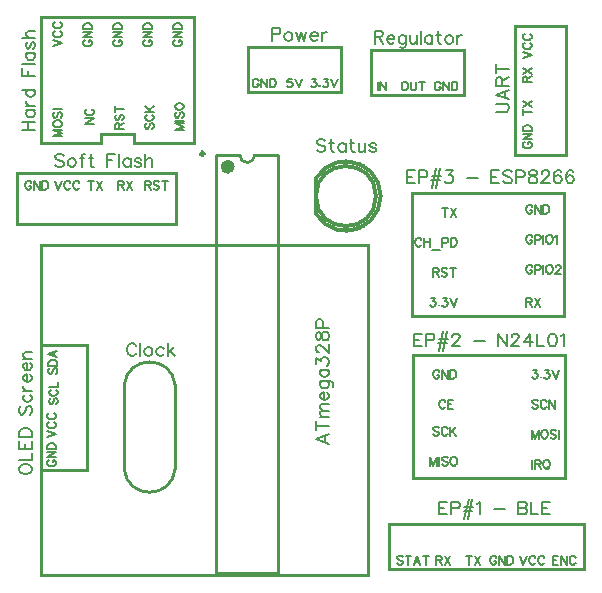
<source format=gto>
G04 Layer: TopSilkLayer*
G04 EasyEDA v5.9.42, Fri, 19 Apr 2019 11:27:39 GMT*
G04 62b01817c26747bfa47cc5f7c73cc831*
G04 Gerber Generator version 0.2*
G04 Scale: 100 percent, Rotated: No, Reflected: No *
G04 Dimensions in millimeters *
G04 leading zeros omitted , absolute positions ,3 integer and 3 decimal *
%FSLAX33Y33*%
%MOMM*%
G90*
G71D02*

%ADD10C,0.254000*%
%ADD15C,0.304516*%
%ADD16C,0.304521*%
%ADD17C,0.599999*%
%ADD18C,0.299999*%
%ADD19C,0.127000*%
%ADD20C,0.177800*%
%ADD21C,0.152000*%

%LPD*%
G54D15*
G01X26141Y35491D02*
G01X26141Y32504D01*
G54D10*
G01X14224Y17995D02*
G01X14224Y10883D01*
G01X9906Y17995D02*
G01X9906Y10883D01*
G01X20955Y37473D02*
G01X22970Y37473D01*
G01X22970Y2073D01*
G01X17669Y2073D01*
G01X17669Y37473D01*
G01X19685Y37473D01*
G54D19*
G01X26929Y38668D02*
G01X26824Y38773D01*
G01X26670Y38823D01*
G01X26461Y38823D01*
G01X26306Y38773D01*
G01X26202Y38668D01*
G01X26202Y38564D01*
G01X26253Y38460D01*
G01X26306Y38409D01*
G01X26410Y38356D01*
G01X26723Y38252D01*
G01X26824Y38201D01*
G01X26878Y38150D01*
G01X26929Y38046D01*
G01X26929Y37889D01*
G01X26824Y37785D01*
G01X26670Y37734D01*
G01X26461Y37734D01*
G01X26306Y37785D01*
G01X26202Y37889D01*
G01X27429Y38823D02*
G01X27429Y37942D01*
G01X27480Y37785D01*
G01X27584Y37734D01*
G01X27688Y37734D01*
G01X27271Y38460D02*
G01X27637Y38460D01*
G01X28653Y38460D02*
G01X28653Y37734D01*
G01X28653Y38305D02*
G01X28552Y38409D01*
G01X28448Y38460D01*
G01X28290Y38460D01*
G01X28186Y38409D01*
G01X28082Y38305D01*
G01X28031Y38150D01*
G01X28031Y38046D01*
G01X28082Y37889D01*
G01X28186Y37785D01*
G01X28290Y37734D01*
G01X28448Y37734D01*
G01X28552Y37785D01*
G01X28653Y37889D01*
G01X29154Y38823D02*
G01X29154Y37942D01*
G01X29204Y37785D01*
G01X29309Y37734D01*
G01X29413Y37734D01*
G01X28996Y38460D02*
G01X29362Y38460D01*
G01X29756Y38460D02*
G01X29756Y37942D01*
G01X29809Y37785D01*
G01X29911Y37734D01*
G01X30068Y37734D01*
G01X30172Y37785D01*
G01X30327Y37942D01*
G01X30327Y38460D02*
G01X30327Y37734D01*
G01X31242Y38305D02*
G01X31191Y38409D01*
G01X31033Y38460D01*
G01X30878Y38460D01*
G01X30723Y38409D01*
G01X30670Y38305D01*
G01X30723Y38201D01*
G01X30825Y38150D01*
G01X31087Y38097D01*
G01X31191Y38046D01*
G01X31242Y37942D01*
G01X31242Y37889D01*
G01X31191Y37785D01*
G01X31033Y37734D01*
G01X30878Y37734D01*
G01X30723Y37785D01*
G01X30670Y37889D01*
G01X10939Y21292D02*
G01X10886Y21396D01*
G01X10782Y21501D01*
G01X10680Y21551D01*
G01X10472Y21551D01*
G01X10368Y21501D01*
G01X10264Y21396D01*
G01X10210Y21292D01*
G01X10160Y21137D01*
G01X10160Y20878D01*
G01X10210Y20721D01*
G01X10264Y20617D01*
G01X10368Y20513D01*
G01X10472Y20462D01*
G01X10680Y20462D01*
G01X10782Y20513D01*
G01X10886Y20617D01*
G01X10939Y20721D01*
G01X11282Y21551D02*
G01X11282Y20462D01*
G01X11884Y21188D02*
G01X11780Y21137D01*
G01X11676Y21033D01*
G01X11625Y20878D01*
G01X11625Y20774D01*
G01X11676Y20617D01*
G01X11780Y20513D01*
G01X11884Y20462D01*
G01X12039Y20462D01*
G01X12143Y20513D01*
G01X12247Y20617D01*
G01X12301Y20774D01*
G01X12301Y20878D01*
G01X12247Y21033D01*
G01X12143Y21137D01*
G01X12039Y21188D01*
G01X11884Y21188D01*
G01X13266Y21033D02*
G01X13162Y21137D01*
G01X13058Y21188D01*
G01X12903Y21188D01*
G01X12799Y21137D01*
G01X12694Y21033D01*
G01X12644Y20878D01*
G01X12644Y20774D01*
G01X12694Y20617D01*
G01X12799Y20513D01*
G01X12903Y20462D01*
G01X13058Y20462D01*
G01X13162Y20513D01*
G01X13266Y20617D01*
G01X13609Y21551D02*
G01X13609Y20462D01*
G01X14130Y21188D02*
G01X13609Y20670D01*
G01X13817Y20878D02*
G01X14180Y20462D01*
G01X26162Y13434D02*
G01X27251Y13017D01*
G01X26162Y13434D02*
G01X27251Y13848D01*
G01X26888Y13172D02*
G01X26888Y13693D01*
G01X26162Y14554D02*
G01X27251Y14554D01*
G01X26162Y14190D02*
G01X26162Y14919D01*
G01X26525Y15262D02*
G01X27251Y15262D01*
G01X26733Y15262D02*
G01X26576Y15417D01*
G01X26525Y15521D01*
G01X26525Y15676D01*
G01X26576Y15780D01*
G01X26733Y15834D01*
G01X27251Y15834D01*
G01X26733Y15834D02*
G01X26576Y15989D01*
G01X26525Y16093D01*
G01X26525Y16248D01*
G01X26576Y16352D01*
G01X26733Y16405D01*
G01X27251Y16405D01*
G01X26835Y16748D02*
G01X26835Y17371D01*
G01X26733Y17371D01*
G01X26629Y17320D01*
G01X26576Y17266D01*
G01X26525Y17162D01*
G01X26525Y17007D01*
G01X26576Y16903D01*
G01X26680Y16799D01*
G01X26835Y16748D01*
G01X26939Y16748D01*
G01X27096Y16799D01*
G01X27200Y16903D01*
G01X27251Y17007D01*
G01X27251Y17162D01*
G01X27200Y17266D01*
G01X27096Y17371D01*
G01X26525Y18338D02*
G01X27355Y18338D01*
G01X27510Y18285D01*
G01X27564Y18234D01*
G01X27614Y18130D01*
G01X27614Y17973D01*
G01X27564Y17868D01*
G01X26680Y18338D02*
G01X26576Y18234D01*
G01X26525Y18130D01*
G01X26525Y17973D01*
G01X26576Y17868D01*
G01X26680Y17767D01*
G01X26835Y17713D01*
G01X26939Y17713D01*
G01X27096Y17767D01*
G01X27200Y17868D01*
G01X27251Y17973D01*
G01X27251Y18130D01*
G01X27200Y18234D01*
G01X27096Y18338D01*
G01X26525Y19303D02*
G01X27251Y19303D01*
G01X26680Y19303D02*
G01X26576Y19199D01*
G01X26525Y19095D01*
G01X26525Y18940D01*
G01X26576Y18836D01*
G01X26680Y18732D01*
G01X26835Y18681D01*
G01X26939Y18681D01*
G01X27096Y18732D01*
G01X27200Y18836D01*
G01X27251Y18940D01*
G01X27251Y19095D01*
G01X27200Y19199D01*
G01X27096Y19303D01*
G01X26162Y19751D02*
G01X26162Y20322D01*
G01X26576Y20010D01*
G01X26576Y20167D01*
G01X26629Y20269D01*
G01X26680Y20322D01*
G01X26835Y20373D01*
G01X26939Y20373D01*
G01X27096Y20322D01*
G01X27200Y20218D01*
G01X27251Y20063D01*
G01X27251Y19905D01*
G01X27200Y19751D01*
G01X27147Y19697D01*
G01X27043Y19646D01*
G01X26421Y20769D02*
G01X26367Y20769D01*
G01X26263Y20820D01*
G01X26212Y20873D01*
G01X26162Y20977D01*
G01X26162Y21183D01*
G01X26212Y21287D01*
G01X26263Y21341D01*
G01X26367Y21391D01*
G01X26471Y21391D01*
G01X26576Y21341D01*
G01X26733Y21236D01*
G01X27251Y20716D01*
G01X27251Y21445D01*
G01X26162Y22047D02*
G01X26212Y21892D01*
G01X26316Y21838D01*
G01X26421Y21838D01*
G01X26525Y21892D01*
G01X26576Y21996D01*
G01X26629Y22202D01*
G01X26680Y22359D01*
G01X26784Y22463D01*
G01X26888Y22514D01*
G01X27043Y22514D01*
G01X27147Y22463D01*
G01X27200Y22410D01*
G01X27251Y22255D01*
G01X27251Y22047D01*
G01X27200Y21892D01*
G01X27147Y21838D01*
G01X27043Y21788D01*
G01X26888Y21788D01*
G01X26784Y21838D01*
G01X26680Y21943D01*
G01X26629Y22097D01*
G01X26576Y22306D01*
G01X26525Y22410D01*
G01X26421Y22463D01*
G01X26316Y22463D01*
G01X26212Y22410D01*
G01X26162Y22255D01*
G01X26162Y22047D01*
G01X26162Y22857D02*
G01X27251Y22857D01*
G01X26162Y22857D02*
G01X26162Y23324D01*
G01X26212Y23482D01*
G01X26263Y23533D01*
G01X26367Y23583D01*
G01X26525Y23583D01*
G01X26629Y23533D01*
G01X26680Y23482D01*
G01X26733Y23324D01*
G01X26733Y22857D01*
G54D20*
G01X41389Y41103D02*
G01X42166Y41103D01*
G01X42324Y41156D01*
G01X42428Y41261D01*
G01X42479Y41415D01*
G01X42479Y41520D01*
G01X42428Y41675D01*
G01X42324Y41779D01*
G01X42166Y41832D01*
G01X41389Y41832D01*
G01X41389Y42589D02*
G01X42479Y42175D01*
G01X41389Y42589D02*
G01X42479Y43006D01*
G01X42115Y42330D02*
G01X42115Y42851D01*
G01X41389Y43348D02*
G01X42479Y43348D01*
G01X41389Y43348D02*
G01X41389Y43816D01*
G01X41440Y43973D01*
G01X41490Y44024D01*
G01X41595Y44075D01*
G01X41699Y44075D01*
G01X41803Y44024D01*
G01X41856Y43973D01*
G01X41907Y43816D01*
G01X41907Y43348D01*
G01X41907Y43712D02*
G01X42479Y44075D01*
G01X41389Y44784D02*
G01X42479Y44784D01*
G01X41389Y44418D02*
G01X41389Y45147D01*
G54D21*
G01X43848Y38573D02*
G01X43779Y38538D01*
G01X43708Y38469D01*
G01X43675Y38401D01*
G01X43675Y38263D01*
G01X43708Y38192D01*
G01X43779Y38124D01*
G01X43848Y38091D01*
G01X43952Y38055D01*
G01X44124Y38055D01*
G01X44226Y38091D01*
G01X44297Y38124D01*
G01X44366Y38192D01*
G01X44399Y38263D01*
G01X44399Y38401D01*
G01X44366Y38469D01*
G01X44297Y38538D01*
G01X44226Y38573D01*
G01X44124Y38573D01*
G01X44124Y38401D02*
G01X44124Y38573D01*
G01X43675Y38802D02*
G01X44399Y38802D01*
G01X43675Y38802D02*
G01X44399Y39284D01*
G01X43675Y39284D02*
G01X44399Y39284D01*
G01X43675Y39513D02*
G01X44399Y39513D01*
G01X43675Y39513D02*
G01X43675Y39754D01*
G01X43708Y39858D01*
G01X43779Y39927D01*
G01X43848Y39963D01*
G01X43952Y39996D01*
G01X44124Y39996D01*
G01X44226Y39963D01*
G01X44297Y39927D01*
G01X44366Y39858D01*
G01X44399Y39754D01*
G01X44399Y39513D01*
G01X43675Y45675D02*
G01X44399Y45952D01*
G01X43675Y46229D02*
G01X44399Y45952D01*
G01X43848Y46973D02*
G01X43779Y46940D01*
G01X43708Y46871D01*
G01X43675Y46800D01*
G01X43675Y46663D01*
G01X43708Y46595D01*
G01X43779Y46526D01*
G01X43848Y46490D01*
G01X43952Y46455D01*
G01X44124Y46455D01*
G01X44226Y46490D01*
G01X44297Y46526D01*
G01X44366Y46595D01*
G01X44399Y46663D01*
G01X44399Y46800D01*
G01X44366Y46871D01*
G01X44297Y46940D01*
G01X44226Y46973D01*
G01X43848Y47720D02*
G01X43779Y47687D01*
G01X43708Y47616D01*
G01X43675Y47547D01*
G01X43675Y47410D01*
G01X43708Y47341D01*
G01X43779Y47270D01*
G01X43848Y47237D01*
G01X43952Y47202D01*
G01X44124Y47202D01*
G01X44226Y47237D01*
G01X44297Y47270D01*
G01X44366Y47341D01*
G01X44399Y47410D01*
G01X44399Y47547D01*
G01X44366Y47616D01*
G01X44297Y47687D01*
G01X44226Y47720D01*
G01X43675Y41090D02*
G01X44399Y41090D01*
G01X43675Y40849D02*
G01X43675Y41332D01*
G01X43675Y41560D02*
G01X44399Y42045D01*
G01X43675Y42045D02*
G01X44399Y41560D01*
G01X43675Y43643D02*
G01X44399Y43643D01*
G01X43675Y43643D02*
G01X43675Y43953D01*
G01X43708Y44057D01*
G01X43743Y44093D01*
G01X43812Y44126D01*
G01X43881Y44126D01*
G01X43952Y44093D01*
G01X43985Y44057D01*
G01X44020Y43953D01*
G01X44020Y43643D01*
G01X44020Y43884D02*
G01X44399Y44126D01*
G01X43675Y44354D02*
G01X44399Y44839D01*
G01X43675Y44839D02*
G01X44399Y44354D01*
G54D20*
G01X33832Y36167D02*
G01X33832Y35077D01*
G01X33832Y36167D02*
G01X34508Y36167D01*
G01X33832Y35648D02*
G01X34249Y35648D01*
G01X33832Y35077D02*
G01X34508Y35077D01*
G01X34851Y36167D02*
G01X34851Y35077D01*
G01X34851Y36167D02*
G01X35318Y36167D01*
G01X35473Y36116D01*
G01X35526Y36062D01*
G01X35577Y35961D01*
G01X35577Y35803D01*
G01X35526Y35699D01*
G01X35473Y35648D01*
G01X35318Y35595D01*
G01X34851Y35595D01*
G01X36337Y36375D02*
G01X35974Y34714D01*
G01X36649Y36375D02*
G01X36283Y34714D01*
G01X35974Y35699D02*
G01X36700Y35699D01*
G01X35920Y35389D02*
G01X36649Y35389D01*
G01X37147Y36167D02*
G01X37719Y36167D01*
G01X37406Y35753D01*
G01X37564Y35753D01*
G01X37668Y35699D01*
G01X37719Y35648D01*
G01X37769Y35491D01*
G01X37769Y35389D01*
G01X37719Y35232D01*
G01X37614Y35128D01*
G01X37459Y35077D01*
G01X37302Y35077D01*
G01X37147Y35128D01*
G01X37096Y35181D01*
G01X37043Y35285D01*
G01X38912Y35544D02*
G01X39850Y35544D01*
G01X40993Y36167D02*
G01X40993Y35077D01*
G01X40993Y36167D02*
G01X41668Y36167D01*
G01X40993Y35648D02*
G01X41407Y35648D01*
G01X40993Y35077D02*
G01X41668Y35077D01*
G01X42738Y36012D02*
G01X42633Y36116D01*
G01X42478Y36167D01*
G01X42270Y36167D01*
G01X42113Y36116D01*
G01X42011Y36012D01*
G01X42011Y35907D01*
G01X42062Y35803D01*
G01X42113Y35753D01*
G01X42217Y35699D01*
G01X42529Y35595D01*
G01X42633Y35544D01*
G01X42684Y35491D01*
G01X42738Y35389D01*
G01X42738Y35232D01*
G01X42633Y35128D01*
G01X42478Y35077D01*
G01X42270Y35077D01*
G01X42113Y35128D01*
G01X42011Y35232D01*
G01X43080Y36167D02*
G01X43080Y35077D01*
G01X43080Y36167D02*
G01X43548Y36167D01*
G01X43703Y36116D01*
G01X43756Y36062D01*
G01X43807Y35961D01*
G01X43807Y35803D01*
G01X43756Y35699D01*
G01X43703Y35648D01*
G01X43548Y35595D01*
G01X43080Y35595D01*
G01X44411Y36167D02*
G01X44254Y36116D01*
G01X44203Y36012D01*
G01X44203Y35907D01*
G01X44254Y35803D01*
G01X44358Y35753D01*
G01X44566Y35699D01*
G01X44721Y35648D01*
G01X44825Y35544D01*
G01X44879Y35440D01*
G01X44879Y35285D01*
G01X44825Y35181D01*
G01X44775Y35128D01*
G01X44617Y35077D01*
G01X44411Y35077D01*
G01X44254Y35128D01*
G01X44203Y35181D01*
G01X44150Y35285D01*
G01X44150Y35440D01*
G01X44203Y35544D01*
G01X44307Y35648D01*
G01X44462Y35699D01*
G01X44670Y35753D01*
G01X44775Y35803D01*
G01X44825Y35907D01*
G01X44825Y36012D01*
G01X44775Y36116D01*
G01X44617Y36167D01*
G01X44411Y36167D01*
G01X45272Y35907D02*
G01X45272Y35961D01*
G01X45326Y36062D01*
G01X45377Y36116D01*
G01X45481Y36167D01*
G01X45689Y36167D01*
G01X45793Y36116D01*
G01X45844Y36062D01*
G01X45897Y35961D01*
G01X45897Y35857D01*
G01X45844Y35753D01*
G01X45740Y35595D01*
G01X45222Y35077D01*
G01X45948Y35077D01*
G01X46913Y36012D02*
G01X46863Y36116D01*
G01X46708Y36167D01*
G01X46603Y36167D01*
G01X46446Y36116D01*
G01X46342Y35961D01*
G01X46291Y35699D01*
G01X46291Y35440D01*
G01X46342Y35232D01*
G01X46446Y35128D01*
G01X46603Y35077D01*
G01X46654Y35077D01*
G01X46812Y35128D01*
G01X46913Y35232D01*
G01X46967Y35389D01*
G01X46967Y35440D01*
G01X46913Y35595D01*
G01X46812Y35699D01*
G01X46654Y35753D01*
G01X46603Y35753D01*
G01X46446Y35699D01*
G01X46342Y35595D01*
G01X46291Y35440D01*
G01X47932Y36012D02*
G01X47881Y36116D01*
G01X47726Y36167D01*
G01X47622Y36167D01*
G01X47464Y36116D01*
G01X47360Y35961D01*
G01X47310Y35699D01*
G01X47310Y35440D01*
G01X47360Y35232D01*
G01X47464Y35128D01*
G01X47622Y35077D01*
G01X47673Y35077D01*
G01X47828Y35128D01*
G01X47932Y35232D01*
G01X47985Y35389D01*
G01X47985Y35440D01*
G01X47932Y35595D01*
G01X47828Y35699D01*
G01X47673Y35753D01*
G01X47622Y35753D01*
G01X47464Y35699D01*
G01X47360Y35595D01*
G01X47310Y35440D01*
G54D21*
G01X37071Y32981D02*
G01X37071Y32258D01*
G01X36829Y32981D02*
G01X37312Y32981D01*
G01X37541Y32981D02*
G01X38026Y32258D01*
G01X38026Y32981D02*
G01X37541Y32258D01*
G01X35062Y30269D02*
G01X35026Y30337D01*
G01X34957Y30408D01*
G01X34889Y30441D01*
G01X34752Y30441D01*
G01X34681Y30408D01*
G01X34612Y30337D01*
G01X34579Y30269D01*
G01X34543Y30165D01*
G01X34543Y29992D01*
G01X34579Y29890D01*
G01X34612Y29819D01*
G01X34681Y29751D01*
G01X34752Y29718D01*
G01X34889Y29718D01*
G01X34957Y29751D01*
G01X35026Y29819D01*
G01X35062Y29890D01*
G01X35290Y30441D02*
G01X35290Y29718D01*
G01X35773Y30441D02*
G01X35773Y29718D01*
G01X35290Y30096D02*
G01X35773Y30096D01*
G01X36001Y29474D02*
G01X36624Y29474D01*
G01X36852Y30441D02*
G01X36852Y29718D01*
G01X36852Y30441D02*
G01X37162Y30441D01*
G01X37266Y30408D01*
G01X37299Y30373D01*
G01X37335Y30304D01*
G01X37335Y30200D01*
G01X37299Y30132D01*
G01X37266Y30096D01*
G01X37162Y30063D01*
G01X36852Y30063D01*
G01X37564Y30441D02*
G01X37564Y29718D01*
G01X37564Y30441D02*
G01X37805Y30441D01*
G01X37909Y30408D01*
G01X37978Y30337D01*
G01X38011Y30269D01*
G01X38046Y30165D01*
G01X38046Y29992D01*
G01X38011Y29890D01*
G01X37978Y29819D01*
G01X37909Y29751D01*
G01X37805Y29718D01*
G01X37564Y29718D01*
G01X36067Y27901D02*
G01X36067Y27178D01*
G01X36067Y27901D02*
G01X36377Y27901D01*
G01X36481Y27868D01*
G01X36517Y27833D01*
G01X36550Y27764D01*
G01X36550Y27696D01*
G01X36517Y27625D01*
G01X36481Y27592D01*
G01X36377Y27556D01*
G01X36067Y27556D01*
G01X36309Y27556D02*
G01X36550Y27178D01*
G01X37264Y27797D02*
G01X37193Y27868D01*
G01X37091Y27901D01*
G01X36951Y27901D01*
G01X36847Y27868D01*
G01X36779Y27797D01*
G01X36779Y27729D01*
G01X36814Y27660D01*
G01X36847Y27625D01*
G01X36918Y27592D01*
G01X37124Y27523D01*
G01X37193Y27487D01*
G01X37228Y27452D01*
G01X37264Y27383D01*
G01X37264Y27279D01*
G01X37193Y27211D01*
G01X37091Y27178D01*
G01X36951Y27178D01*
G01X36847Y27211D01*
G01X36779Y27279D01*
G01X37734Y27901D02*
G01X37734Y27178D01*
G01X37490Y27901D02*
G01X37975Y27901D01*
G01X35882Y25361D02*
G01X36260Y25361D01*
G01X36055Y25085D01*
G01X36159Y25085D01*
G01X36227Y25051D01*
G01X36260Y25016D01*
G01X36296Y24912D01*
G01X36296Y24843D01*
G01X36260Y24739D01*
G01X36192Y24670D01*
G01X36088Y24637D01*
G01X35986Y24637D01*
G01X35882Y24670D01*
G01X35846Y24706D01*
G01X35813Y24775D01*
G01X36558Y24810D02*
G01X36525Y24775D01*
G01X36558Y24739D01*
G01X36593Y24775D01*
G01X36558Y24810D01*
G01X36890Y25361D02*
G01X37269Y25361D01*
G01X37063Y25085D01*
G01X37167Y25085D01*
G01X37236Y25051D01*
G01X37269Y25016D01*
G01X37304Y24912D01*
G01X37304Y24843D01*
G01X37269Y24739D01*
G01X37200Y24670D01*
G01X37096Y24637D01*
G01X36995Y24637D01*
G01X36890Y24670D01*
G01X36855Y24706D01*
G01X36822Y24775D01*
G01X37533Y25361D02*
G01X37810Y24637D01*
G01X38084Y25361D02*
G01X37810Y24637D01*
G01X44460Y33063D02*
G01X44424Y33131D01*
G01X44355Y33202D01*
G01X44287Y33235D01*
G01X44150Y33235D01*
G01X44079Y33202D01*
G01X44010Y33131D01*
G01X43977Y33063D01*
G01X43941Y32959D01*
G01X43941Y32786D01*
G01X43977Y32684D01*
G01X44010Y32613D01*
G01X44079Y32544D01*
G01X44150Y32511D01*
G01X44287Y32511D01*
G01X44355Y32544D01*
G01X44424Y32613D01*
G01X44460Y32684D01*
G01X44460Y32786D01*
G01X44287Y32786D02*
G01X44460Y32786D01*
G01X44688Y33235D02*
G01X44688Y32511D01*
G01X44688Y33235D02*
G01X45171Y32511D01*
G01X45171Y33235D02*
G01X45171Y32511D01*
G01X45399Y33235D02*
G01X45399Y32511D01*
G01X45399Y33235D02*
G01X45641Y33235D01*
G01X45745Y33202D01*
G01X45813Y33131D01*
G01X45849Y33063D01*
G01X45882Y32959D01*
G01X45882Y32786D01*
G01X45849Y32684D01*
G01X45813Y32613D01*
G01X45745Y32544D01*
G01X45641Y32511D01*
G01X45399Y32511D01*
G01X44460Y30523D02*
G01X44424Y30591D01*
G01X44355Y30662D01*
G01X44287Y30695D01*
G01X44150Y30695D01*
G01X44079Y30662D01*
G01X44010Y30591D01*
G01X43977Y30523D01*
G01X43941Y30419D01*
G01X43941Y30246D01*
G01X43977Y30144D01*
G01X44010Y30073D01*
G01X44079Y30004D01*
G01X44150Y29971D01*
G01X44287Y29971D01*
G01X44355Y30004D01*
G01X44424Y30073D01*
G01X44460Y30144D01*
G01X44460Y30246D01*
G01X44287Y30246D02*
G01X44460Y30246D01*
G01X44688Y30695D02*
G01X44688Y29971D01*
G01X44688Y30695D02*
G01X44998Y30695D01*
G01X45102Y30662D01*
G01X45138Y30627D01*
G01X45171Y30558D01*
G01X45171Y30454D01*
G01X45138Y30385D01*
G01X45102Y30350D01*
G01X44998Y30317D01*
G01X44688Y30317D01*
G01X45399Y30695D02*
G01X45399Y29971D01*
G01X45834Y30695D02*
G01X45765Y30662D01*
G01X45697Y30591D01*
G01X45661Y30523D01*
G01X45628Y30419D01*
G01X45628Y30246D01*
G01X45661Y30144D01*
G01X45697Y30073D01*
G01X45765Y30004D01*
G01X45834Y29971D01*
G01X45973Y29971D01*
G01X46042Y30004D01*
G01X46111Y30073D01*
G01X46146Y30144D01*
G01X46179Y30246D01*
G01X46179Y30419D01*
G01X46146Y30523D01*
G01X46111Y30591D01*
G01X46042Y30662D01*
G01X45973Y30695D01*
G01X45834Y30695D01*
G01X46408Y30558D02*
G01X46476Y30591D01*
G01X46581Y30695D01*
G01X46581Y29971D01*
G01X44460Y27983D02*
G01X44424Y28051D01*
G01X44355Y28122D01*
G01X44287Y28155D01*
G01X44150Y28155D01*
G01X44079Y28122D01*
G01X44010Y28051D01*
G01X43977Y27983D01*
G01X43941Y27879D01*
G01X43941Y27706D01*
G01X43977Y27604D01*
G01X44010Y27533D01*
G01X44079Y27464D01*
G01X44150Y27431D01*
G01X44287Y27431D01*
G01X44355Y27464D01*
G01X44424Y27533D01*
G01X44460Y27604D01*
G01X44460Y27706D01*
G01X44287Y27706D02*
G01X44460Y27706D01*
G01X44688Y28155D02*
G01X44688Y27431D01*
G01X44688Y28155D02*
G01X44998Y28155D01*
G01X45102Y28122D01*
G01X45138Y28087D01*
G01X45171Y28018D01*
G01X45171Y27914D01*
G01X45138Y27845D01*
G01X45102Y27810D01*
G01X44998Y27777D01*
G01X44688Y27777D01*
G01X45399Y28155D02*
G01X45399Y27431D01*
G01X45834Y28155D02*
G01X45765Y28122D01*
G01X45697Y28051D01*
G01X45661Y27983D01*
G01X45628Y27879D01*
G01X45628Y27706D01*
G01X45661Y27604D01*
G01X45697Y27533D01*
G01X45765Y27464D01*
G01X45834Y27431D01*
G01X45973Y27431D01*
G01X46042Y27464D01*
G01X46111Y27533D01*
G01X46146Y27604D01*
G01X46179Y27706D01*
G01X46179Y27879D01*
G01X46146Y27983D01*
G01X46111Y28051D01*
G01X46042Y28122D01*
G01X45973Y28155D01*
G01X45834Y28155D01*
G01X46443Y27983D02*
G01X46443Y28018D01*
G01X46476Y28087D01*
G01X46512Y28122D01*
G01X46581Y28155D01*
G01X46718Y28155D01*
G01X46789Y28122D01*
G01X46822Y28087D01*
G01X46857Y28018D01*
G01X46857Y27950D01*
G01X46822Y27879D01*
G01X46753Y27777D01*
G01X46408Y27431D01*
G01X46890Y27431D01*
G01X43941Y25361D02*
G01X43941Y24638D01*
G01X43941Y25361D02*
G01X44251Y25361D01*
G01X44355Y25328D01*
G01X44391Y25293D01*
G01X44424Y25224D01*
G01X44424Y25156D01*
G01X44391Y25085D01*
G01X44355Y25052D01*
G01X44251Y25016D01*
G01X43941Y25016D01*
G01X44183Y25016D02*
G01X44424Y24638D01*
G01X44653Y25361D02*
G01X45138Y24638D01*
G01X45138Y25361D02*
G01X44653Y24638D01*
G54D20*
G01X34422Y22357D02*
G01X34422Y21267D01*
G01X34422Y22357D02*
G01X35097Y22357D01*
G01X34422Y21838D02*
G01X34838Y21838D01*
G01X34422Y21267D02*
G01X35097Y21267D01*
G01X35440Y22357D02*
G01X35440Y21267D01*
G01X35440Y22357D02*
G01X35907Y22357D01*
G01X36062Y22306D01*
G01X36116Y22252D01*
G01X36167Y22151D01*
G01X36167Y21993D01*
G01X36116Y21889D01*
G01X36062Y21838D01*
G01X35907Y21785D01*
G01X35440Y21785D01*
G01X36926Y22565D02*
G01X36563Y20904D01*
G01X37238Y22565D02*
G01X36873Y20904D01*
G01X36563Y21889D02*
G01X37289Y21889D01*
G01X36509Y21579D02*
G01X37238Y21579D01*
G01X37685Y22098D02*
G01X37685Y22151D01*
G01X37736Y22252D01*
G01X37787Y22306D01*
G01X37891Y22357D01*
G01X38100Y22357D01*
G01X38204Y22306D01*
G01X38257Y22252D01*
G01X38308Y22151D01*
G01X38308Y22047D01*
G01X38257Y21943D01*
G01X38153Y21785D01*
G01X37632Y21267D01*
G01X38359Y21267D01*
G01X39502Y21734D02*
G01X40439Y21734D01*
G01X41582Y22357D02*
G01X41582Y21267D01*
G01X41582Y22357D02*
G01X42308Y21267D01*
G01X42308Y22357D02*
G01X42308Y21267D01*
G01X42702Y22098D02*
G01X42702Y22151D01*
G01X42755Y22252D01*
G01X42806Y22306D01*
G01X42910Y22357D01*
G01X43119Y22357D01*
G01X43223Y22306D01*
G01X43273Y22252D01*
G01X43327Y22151D01*
G01X43327Y22047D01*
G01X43273Y21943D01*
G01X43172Y21785D01*
G01X42651Y21267D01*
G01X43378Y21267D01*
G01X44241Y22357D02*
G01X43721Y21630D01*
G01X44500Y21630D01*
G01X44241Y22357D02*
G01X44241Y21267D01*
G01X44843Y22357D02*
G01X44843Y21267D01*
G01X44843Y21267D02*
G01X45468Y21267D01*
G01X46121Y22357D02*
G01X45966Y22306D01*
G01X45862Y22151D01*
G01X45811Y21889D01*
G01X45811Y21734D01*
G01X45862Y21475D01*
G01X45966Y21318D01*
G01X46121Y21267D01*
G01X46225Y21267D01*
G01X46382Y21318D01*
G01X46487Y21475D01*
G01X46537Y21734D01*
G01X46537Y21889D01*
G01X46487Y22151D01*
G01X46382Y22306D01*
G01X46225Y22357D01*
G01X46121Y22357D01*
G01X46880Y22151D02*
G01X46984Y22202D01*
G01X47139Y22357D01*
G01X47139Y21267D01*
G54D21*
G01X36586Y19093D02*
G01X36550Y19161D01*
G01X36482Y19232D01*
G01X36413Y19265D01*
G01X36276Y19265D01*
G01X36205Y19232D01*
G01X36136Y19161D01*
G01X36103Y19093D01*
G01X36068Y18989D01*
G01X36068Y18816D01*
G01X36103Y18714D01*
G01X36136Y18643D01*
G01X36205Y18575D01*
G01X36276Y18542D01*
G01X36413Y18542D01*
G01X36482Y18575D01*
G01X36550Y18643D01*
G01X36586Y18714D01*
G01X36586Y18816D01*
G01X36413Y18816D02*
G01X36586Y18816D01*
G01X36814Y19265D02*
G01X36814Y18542D01*
G01X36814Y19265D02*
G01X37297Y18542D01*
G01X37297Y19265D02*
G01X37297Y18542D01*
G01X37525Y19265D02*
G01X37525Y18542D01*
G01X37525Y19265D02*
G01X37767Y19265D01*
G01X37871Y19232D01*
G01X37939Y19161D01*
G01X37975Y19093D01*
G01X38008Y18989D01*
G01X38008Y18816D01*
G01X37975Y18714D01*
G01X37939Y18643D01*
G01X37871Y18575D01*
G01X37767Y18542D01*
G01X37525Y18542D01*
G01X37094Y16553D02*
G01X37058Y16621D01*
G01X36990Y16692D01*
G01X36921Y16725D01*
G01X36784Y16725D01*
G01X36713Y16692D01*
G01X36644Y16621D01*
G01X36611Y16553D01*
G01X36576Y16449D01*
G01X36576Y16276D01*
G01X36611Y16174D01*
G01X36644Y16103D01*
G01X36713Y16035D01*
G01X36784Y16002D01*
G01X36921Y16002D01*
G01X36990Y16035D01*
G01X37058Y16103D01*
G01X37094Y16174D01*
G01X37322Y16725D02*
G01X37322Y16002D01*
G01X37322Y16725D02*
G01X37772Y16725D01*
G01X37322Y16380D02*
G01X37599Y16380D01*
G01X37322Y16002D02*
G01X37772Y16002D01*
G01X36550Y14335D02*
G01X36482Y14406D01*
G01X36377Y14439D01*
G01X36240Y14439D01*
G01X36136Y14406D01*
G01X36068Y14335D01*
G01X36068Y14267D01*
G01X36103Y14198D01*
G01X36136Y14163D01*
G01X36205Y14130D01*
G01X36413Y14061D01*
G01X36482Y14025D01*
G01X36517Y13990D01*
G01X36550Y13921D01*
G01X36550Y13817D01*
G01X36482Y13749D01*
G01X36377Y13716D01*
G01X36240Y13716D01*
G01X36136Y13749D01*
G01X36068Y13817D01*
G01X37297Y14267D02*
G01X37264Y14335D01*
G01X37193Y14406D01*
G01X37124Y14439D01*
G01X36987Y14439D01*
G01X36918Y14406D01*
G01X36847Y14335D01*
G01X36814Y14267D01*
G01X36779Y14163D01*
G01X36779Y13990D01*
G01X36814Y13888D01*
G01X36847Y13817D01*
G01X36918Y13749D01*
G01X36987Y13716D01*
G01X37124Y13716D01*
G01X37193Y13749D01*
G01X37264Y13817D01*
G01X37297Y13888D01*
G01X37525Y14439D02*
G01X37525Y13716D01*
G01X38008Y14439D02*
G01X37525Y13957D01*
G01X37698Y14130D02*
G01X38008Y13716D01*
G01X35814Y11899D02*
G01X35814Y11176D01*
G01X35814Y11899D02*
G01X36090Y11176D01*
G01X36367Y11899D02*
G01X36090Y11176D01*
G01X36367Y11899D02*
G01X36367Y11176D01*
G01X36593Y11899D02*
G01X36593Y11176D01*
G01X37307Y11795D02*
G01X37236Y11866D01*
G01X37134Y11899D01*
G01X36995Y11899D01*
G01X36890Y11866D01*
G01X36822Y11795D01*
G01X36822Y11727D01*
G01X36857Y11658D01*
G01X36890Y11623D01*
G01X36962Y11590D01*
G01X37167Y11521D01*
G01X37236Y11485D01*
G01X37271Y11450D01*
G01X37307Y11381D01*
G01X37307Y11277D01*
G01X37236Y11209D01*
G01X37134Y11176D01*
G01X36995Y11176D01*
G01X36890Y11209D01*
G01X36822Y11277D01*
G01X37741Y11899D02*
G01X37673Y11866D01*
G01X37604Y11795D01*
G01X37569Y11727D01*
G01X37533Y11623D01*
G01X37533Y11450D01*
G01X37569Y11348D01*
G01X37604Y11277D01*
G01X37673Y11209D01*
G01X37741Y11176D01*
G01X37879Y11176D01*
G01X37950Y11209D01*
G01X38018Y11277D01*
G01X38051Y11348D01*
G01X38087Y11450D01*
G01X38087Y11623D01*
G01X38051Y11727D01*
G01X38018Y11795D01*
G01X37950Y11866D01*
G01X37879Y11899D01*
G01X37741Y11899D01*
G01X44521Y19265D02*
G01X44899Y19265D01*
G01X44693Y18989D01*
G01X44795Y18989D01*
G01X44866Y18956D01*
G01X44899Y18920D01*
G01X44935Y18816D01*
G01X44935Y18747D01*
G01X44899Y18643D01*
G01X44831Y18575D01*
G01X44726Y18542D01*
G01X44622Y18542D01*
G01X44521Y18575D01*
G01X44485Y18610D01*
G01X44450Y18679D01*
G01X45196Y18714D02*
G01X45163Y18679D01*
G01X45196Y18643D01*
G01X45232Y18679D01*
G01X45196Y18714D01*
G01X45529Y19265D02*
G01X45907Y19265D01*
G01X45702Y18989D01*
G01X45806Y18989D01*
G01X45874Y18956D01*
G01X45907Y18920D01*
G01X45943Y18816D01*
G01X45943Y18747D01*
G01X45907Y18643D01*
G01X45839Y18575D01*
G01X45735Y18542D01*
G01X45633Y18542D01*
G01X45529Y18575D01*
G01X45493Y18610D01*
G01X45460Y18679D01*
G01X46172Y19265D02*
G01X46448Y18542D01*
G01X46723Y19265D02*
G01X46448Y18542D01*
G01X44932Y16621D02*
G01X44864Y16692D01*
G01X44759Y16725D01*
G01X44622Y16725D01*
G01X44518Y16692D01*
G01X44450Y16621D01*
G01X44450Y16553D01*
G01X44485Y16484D01*
G01X44518Y16449D01*
G01X44587Y16416D01*
G01X44795Y16347D01*
G01X44864Y16311D01*
G01X44899Y16276D01*
G01X44932Y16207D01*
G01X44932Y16103D01*
G01X44864Y16035D01*
G01X44759Y16002D01*
G01X44622Y16002D01*
G01X44518Y16035D01*
G01X44450Y16103D01*
G01X45679Y16553D02*
G01X45646Y16621D01*
G01X45575Y16692D01*
G01X45506Y16725D01*
G01X45369Y16725D01*
G01X45300Y16692D01*
G01X45229Y16621D01*
G01X45196Y16553D01*
G01X45161Y16449D01*
G01X45161Y16276D01*
G01X45196Y16174D01*
G01X45229Y16103D01*
G01X45300Y16035D01*
G01X45369Y16002D01*
G01X45506Y16002D01*
G01X45575Y16035D01*
G01X45646Y16103D01*
G01X45679Y16174D01*
G01X45907Y16725D02*
G01X45907Y16002D01*
G01X45907Y16725D02*
G01X46390Y16002D01*
G01X46390Y16725D02*
G01X46390Y16002D01*
G01X44450Y14185D02*
G01X44450Y13462D01*
G01X44450Y14185D02*
G01X44726Y13462D01*
G01X45003Y14185D02*
G01X44726Y13462D01*
G01X45003Y14185D02*
G01X45003Y13462D01*
G01X45438Y14185D02*
G01X45369Y14152D01*
G01X45300Y14081D01*
G01X45265Y14013D01*
G01X45229Y13909D01*
G01X45229Y13736D01*
G01X45265Y13634D01*
G01X45300Y13563D01*
G01X45369Y13495D01*
G01X45438Y13462D01*
G01X45575Y13462D01*
G01X45646Y13495D01*
G01X45714Y13563D01*
G01X45747Y13634D01*
G01X45783Y13736D01*
G01X45783Y13909D01*
G01X45747Y14013D01*
G01X45714Y14081D01*
G01X45646Y14152D01*
G01X45575Y14185D01*
G01X45438Y14185D01*
G01X46494Y14081D02*
G01X46426Y14152D01*
G01X46321Y14185D01*
G01X46184Y14185D01*
G01X46080Y14152D01*
G01X46012Y14081D01*
G01X46012Y14013D01*
G01X46045Y13944D01*
G01X46080Y13909D01*
G01X46149Y13876D01*
G01X46357Y13807D01*
G01X46426Y13771D01*
G01X46461Y13736D01*
G01X46494Y13667D01*
G01X46494Y13563D01*
G01X46426Y13495D01*
G01X46321Y13462D01*
G01X46184Y13462D01*
G01X46080Y13495D01*
G01X46012Y13563D01*
G01X46723Y14185D02*
G01X46723Y13462D01*
G01X44450Y11645D02*
G01X44450Y10922D01*
G01X44678Y11645D02*
G01X44678Y10922D01*
G01X44678Y11645D02*
G01X44988Y11645D01*
G01X45092Y11612D01*
G01X45128Y11577D01*
G01X45161Y11508D01*
G01X45161Y11440D01*
G01X45128Y11369D01*
G01X45092Y11336D01*
G01X44988Y11300D01*
G01X44678Y11300D01*
G01X44919Y11300D02*
G01X45161Y10922D01*
G01X45598Y11645D02*
G01X45526Y11612D01*
G01X45458Y11541D01*
G01X45425Y11473D01*
G01X45389Y11369D01*
G01X45389Y11196D01*
G01X45425Y11094D01*
G01X45458Y11023D01*
G01X45526Y10955D01*
G01X45598Y10922D01*
G01X45735Y10922D01*
G01X45803Y10955D01*
G01X45872Y11023D01*
G01X45907Y11094D01*
G01X45943Y11196D01*
G01X45943Y11369D01*
G01X45907Y11473D01*
G01X45872Y11541D01*
G01X45803Y11612D01*
G01X45735Y11645D01*
G01X45598Y11645D01*
G01X45699Y11059D02*
G01X45907Y10850D01*
G54D20*
G01X22410Y48257D02*
G01X22410Y47167D01*
G01X22410Y48257D02*
G01X22877Y48257D01*
G01X23032Y48206D01*
G01X23086Y48155D01*
G01X23136Y48051D01*
G01X23136Y47894D01*
G01X23086Y47790D01*
G01X23032Y47739D01*
G01X22877Y47685D01*
G01X22410Y47685D01*
G01X23741Y47894D02*
G01X23637Y47843D01*
G01X23533Y47739D01*
G01X23479Y47584D01*
G01X23479Y47480D01*
G01X23533Y47322D01*
G01X23637Y47218D01*
G01X23741Y47167D01*
G01X23896Y47167D01*
G01X24000Y47218D01*
G01X24104Y47322D01*
G01X24155Y47480D01*
G01X24155Y47584D01*
G01X24104Y47739D01*
G01X24000Y47843D01*
G01X23896Y47894D01*
G01X23741Y47894D01*
G01X24498Y47894D02*
G01X24706Y47167D01*
G01X24914Y47894D02*
G01X24706Y47167D01*
G01X24914Y47894D02*
G01X25123Y47167D01*
G01X25331Y47894D02*
G01X25123Y47167D01*
G01X25674Y47584D02*
G01X26296Y47584D01*
G01X26296Y47685D01*
G01X26245Y47790D01*
G01X26192Y47843D01*
G01X26088Y47894D01*
G01X25933Y47894D01*
G01X25829Y47843D01*
G01X25725Y47739D01*
G01X25674Y47584D01*
G01X25674Y47480D01*
G01X25725Y47322D01*
G01X25829Y47218D01*
G01X25933Y47167D01*
G01X26088Y47167D01*
G01X26192Y47218D01*
G01X26296Y47322D01*
G01X26639Y47894D02*
G01X26639Y47167D01*
G01X26639Y47584D02*
G01X26690Y47739D01*
G01X26794Y47843D01*
G01X26898Y47894D01*
G01X27056Y47894D01*
G54D21*
G01X21300Y43779D02*
G01X21264Y43848D01*
G01X21196Y43919D01*
G01X21127Y43952D01*
G01X20990Y43952D01*
G01X20919Y43919D01*
G01X20850Y43848D01*
G01X20817Y43779D01*
G01X20782Y43675D01*
G01X20782Y43502D01*
G01X20817Y43401D01*
G01X20850Y43329D01*
G01X20919Y43261D01*
G01X20990Y43228D01*
G01X21127Y43228D01*
G01X21196Y43261D01*
G01X21264Y43329D01*
G01X21300Y43401D01*
G01X21300Y43502D01*
G01X21127Y43502D02*
G01X21300Y43502D01*
G01X21529Y43952D02*
G01X21529Y43228D01*
G01X21529Y43952D02*
G01X22011Y43228D01*
G01X22011Y43952D02*
G01X22011Y43228D01*
G01X22240Y43952D02*
G01X22240Y43228D01*
G01X22240Y43952D02*
G01X22481Y43952D01*
G01X22585Y43919D01*
G01X22654Y43848D01*
G01X22689Y43779D01*
G01X22722Y43675D01*
G01X22722Y43502D01*
G01X22689Y43401D01*
G01X22654Y43329D01*
G01X22585Y43261D01*
G01X22481Y43228D01*
G01X22240Y43228D01*
G01X24094Y43939D02*
G01X23748Y43939D01*
G01X23715Y43629D01*
G01X23748Y43662D01*
G01X23853Y43698D01*
G01X23957Y43698D01*
G01X24061Y43662D01*
G01X24129Y43594D01*
G01X24162Y43489D01*
G01X24162Y43421D01*
G01X24129Y43317D01*
G01X24061Y43248D01*
G01X23957Y43215D01*
G01X23853Y43215D01*
G01X23748Y43248D01*
G01X23715Y43284D01*
G01X23680Y43352D01*
G01X24391Y43939D02*
G01X24668Y43215D01*
G01X24945Y43939D02*
G01X24668Y43215D01*
G01X25780Y43939D02*
G01X26161Y43939D01*
G01X25953Y43662D01*
G01X26057Y43662D01*
G01X26126Y43629D01*
G01X26161Y43594D01*
G01X26194Y43489D01*
G01X26194Y43421D01*
G01X26161Y43317D01*
G01X26093Y43248D01*
G01X25989Y43215D01*
G01X25885Y43215D01*
G01X25780Y43248D01*
G01X25747Y43284D01*
G01X25712Y43352D01*
G01X26459Y43388D02*
G01X26423Y43352D01*
G01X26459Y43317D01*
G01X26492Y43352D01*
G01X26459Y43388D01*
G01X26789Y43939D02*
G01X27170Y43939D01*
G01X26962Y43662D01*
G01X27066Y43662D01*
G01X27134Y43629D01*
G01X27170Y43594D01*
G01X27205Y43489D01*
G01X27205Y43421D01*
G01X27170Y43317D01*
G01X27101Y43248D01*
G01X26997Y43215D01*
G01X26893Y43215D01*
G01X26789Y43248D01*
G01X26756Y43284D01*
G01X26720Y43352D01*
G01X27431Y43939D02*
G01X27708Y43215D01*
G01X27985Y43939D02*
G01X27708Y43215D01*
G54D20*
G01X31103Y48003D02*
G01X31103Y46913D01*
G01X31103Y48003D02*
G01X31570Y48003D01*
G01X31725Y47952D01*
G01X31776Y47901D01*
G01X31830Y47797D01*
G01X31830Y47693D01*
G01X31776Y47589D01*
G01X31725Y47536D01*
G01X31570Y47485D01*
G01X31103Y47485D01*
G01X31466Y47485D02*
G01X31830Y46913D01*
G01X32172Y47330D02*
G01X32795Y47330D01*
G01X32795Y47431D01*
G01X32744Y47536D01*
G01X32691Y47589D01*
G01X32589Y47640D01*
G01X32431Y47640D01*
G01X32327Y47589D01*
G01X32223Y47485D01*
G01X32172Y47330D01*
G01X32172Y47226D01*
G01X32223Y47068D01*
G01X32327Y46964D01*
G01X32431Y46913D01*
G01X32589Y46913D01*
G01X32691Y46964D01*
G01X32795Y47068D01*
G01X33762Y47640D02*
G01X33762Y46809D01*
G01X33709Y46654D01*
G01X33658Y46601D01*
G01X33554Y46550D01*
G01X33399Y46550D01*
G01X33295Y46601D01*
G01X33762Y47485D02*
G01X33658Y47589D01*
G01X33554Y47640D01*
G01X33399Y47640D01*
G01X33295Y47589D01*
G01X33191Y47485D01*
G01X33138Y47330D01*
G01X33138Y47226D01*
G01X33191Y47068D01*
G01X33295Y46964D01*
G01X33399Y46913D01*
G01X33554Y46913D01*
G01X33658Y46964D01*
G01X33762Y47068D01*
G01X34105Y47640D02*
G01X34105Y47122D01*
G01X34156Y46964D01*
G01X34260Y46913D01*
G01X34418Y46913D01*
G01X34519Y46964D01*
G01X34677Y47122D01*
G01X34677Y47640D02*
G01X34677Y46913D01*
G01X35020Y48003D02*
G01X35020Y46913D01*
G01X35985Y47640D02*
G01X35985Y46913D01*
G01X35985Y47485D02*
G01X35881Y47589D01*
G01X35777Y47640D01*
G01X35622Y47640D01*
G01X35518Y47589D01*
G01X35413Y47485D01*
G01X35363Y47330D01*
G01X35363Y47226D01*
G01X35413Y47068D01*
G01X35518Y46964D01*
G01X35622Y46913D01*
G01X35777Y46913D01*
G01X35881Y46964D01*
G01X35985Y47068D01*
G01X36485Y48003D02*
G01X36485Y47122D01*
G01X36536Y46964D01*
G01X36640Y46913D01*
G01X36744Y46913D01*
G01X36328Y47640D02*
G01X36691Y47640D01*
G01X37346Y47640D02*
G01X37242Y47589D01*
G01X37138Y47485D01*
G01X37087Y47330D01*
G01X37087Y47226D01*
G01X37138Y47068D01*
G01X37242Y46964D01*
G01X37346Y46913D01*
G01X37504Y46913D01*
G01X37605Y46964D01*
G01X37710Y47068D01*
G01X37763Y47226D01*
G01X37763Y47330D01*
G01X37710Y47485D01*
G01X37605Y47589D01*
G01X37504Y47640D01*
G01X37346Y47640D01*
G01X38106Y47640D02*
G01X38106Y46913D01*
G01X38106Y47330D02*
G01X38157Y47485D01*
G01X38261Y47589D01*
G01X38365Y47640D01*
G01X38520Y47640D01*
G54D21*
G01X33597Y43685D02*
G01X33526Y43652D01*
G01X33458Y43581D01*
G01X33425Y43512D01*
G01X33389Y43408D01*
G01X33389Y43235D01*
G01X33425Y43134D01*
G01X33458Y43063D01*
G01X33526Y42994D01*
G01X33597Y42961D01*
G01X33734Y42961D01*
G01X33803Y42994D01*
G01X33872Y43063D01*
G01X33907Y43134D01*
G01X33943Y43235D01*
G01X33943Y43408D01*
G01X33907Y43512D01*
G01X33872Y43581D01*
G01X33803Y43652D01*
G01X33734Y43685D01*
G01X33597Y43685D01*
G01X34169Y43685D02*
G01X34169Y43167D01*
G01X34204Y43063D01*
G01X34273Y42994D01*
G01X34377Y42961D01*
G01X34446Y42961D01*
G01X34550Y42994D01*
G01X34618Y43063D01*
G01X34654Y43167D01*
G01X34654Y43685D01*
G01X35124Y43685D02*
G01X35124Y42961D01*
G01X34883Y43685D02*
G01X35365Y43685D01*
G01X31357Y43685D02*
G01X31357Y42961D01*
G01X31586Y43685D02*
G01X31586Y42961D01*
G01X31586Y43685D02*
G01X32068Y42961D01*
G01X32068Y43685D02*
G01X32068Y42961D01*
G01X36701Y43512D02*
G01X36666Y43581D01*
G01X36597Y43652D01*
G01X36528Y43685D01*
G01X36391Y43685D01*
G01X36320Y43652D01*
G01X36252Y43581D01*
G01X36219Y43512D01*
G01X36183Y43408D01*
G01X36183Y43235D01*
G01X36219Y43134D01*
G01X36252Y43063D01*
G01X36320Y42994D01*
G01X36391Y42961D01*
G01X36528Y42961D01*
G01X36597Y42994D01*
G01X36666Y43063D01*
G01X36701Y43134D01*
G01X36701Y43235D01*
G01X36528Y43235D02*
G01X36701Y43235D01*
G01X36930Y43685D02*
G01X36930Y42961D01*
G01X36930Y43685D02*
G01X37412Y42961D01*
G01X37412Y43685D02*
G01X37412Y42961D01*
G01X37641Y43685D02*
G01X37641Y42961D01*
G01X37641Y43685D02*
G01X37882Y43685D01*
G01X37986Y43652D01*
G01X38055Y43581D01*
G01X38091Y43512D01*
G01X38124Y43408D01*
G01X38124Y43235D01*
G01X38091Y43134D01*
G01X38055Y43063D01*
G01X37986Y42994D01*
G01X37882Y42961D01*
G01X37641Y42961D01*
G54D20*
G01X4792Y37398D02*
G01X4688Y37503D01*
G01X4533Y37553D01*
G01X4325Y37553D01*
G01X4168Y37503D01*
G01X4064Y37398D01*
G01X4064Y37294D01*
G01X4117Y37190D01*
G01X4168Y37139D01*
G01X4272Y37086D01*
G01X4584Y36982D01*
G01X4688Y36931D01*
G01X4739Y36880D01*
G01X4792Y36776D01*
G01X4792Y36619D01*
G01X4688Y36515D01*
G01X4533Y36464D01*
G01X4325Y36464D01*
G01X4168Y36515D01*
G01X4064Y36619D01*
G01X5394Y37190D02*
G01X5290Y37139D01*
G01X5186Y37035D01*
G01X5135Y36880D01*
G01X5135Y36776D01*
G01X5186Y36619D01*
G01X5290Y36515D01*
G01X5394Y36464D01*
G01X5549Y36464D01*
G01X5654Y36515D01*
G01X5758Y36619D01*
G01X5811Y36776D01*
G01X5811Y36880D01*
G01X5758Y37035D01*
G01X5654Y37139D01*
G01X5549Y37190D01*
G01X5394Y37190D01*
G01X6568Y37553D02*
G01X6464Y37553D01*
G01X6362Y37503D01*
G01X6309Y37348D01*
G01X6309Y36464D01*
G01X6154Y37190D02*
G01X6517Y37190D01*
G01X7068Y37553D02*
G01X7068Y36672D01*
G01X7119Y36515D01*
G01X7223Y36464D01*
G01X7327Y36464D01*
G01X6911Y37190D02*
G01X7277Y37190D01*
G01X8470Y37553D02*
G01X8470Y36464D01*
G01X8470Y37553D02*
G01X9146Y37553D01*
G01X8470Y37035D02*
G01X8887Y37035D01*
G01X9489Y37553D02*
G01X9489Y36464D01*
G01X10454Y37190D02*
G01X10454Y36464D01*
G01X10454Y37035D02*
G01X10350Y37139D01*
G01X10248Y37190D01*
G01X10091Y37190D01*
G01X9987Y37139D01*
G01X9883Y37035D01*
G01X9832Y36880D01*
G01X9832Y36776D01*
G01X9883Y36619D01*
G01X9987Y36515D01*
G01X10091Y36464D01*
G01X10248Y36464D01*
G01X10350Y36515D01*
G01X10454Y36619D01*
G01X11369Y37035D02*
G01X11318Y37139D01*
G01X11163Y37190D01*
G01X11005Y37190D01*
G01X10850Y37139D01*
G01X10797Y37035D01*
G01X10850Y36931D01*
G01X10955Y36880D01*
G01X11214Y36827D01*
G01X11318Y36776D01*
G01X11369Y36672D01*
G01X11369Y36619D01*
G01X11318Y36515D01*
G01X11163Y36464D01*
G01X11005Y36464D01*
G01X10850Y36515D01*
G01X10797Y36619D01*
G01X11711Y37553D02*
G01X11711Y36464D01*
G01X11711Y36982D02*
G01X11869Y37139D01*
G01X11973Y37190D01*
G01X12128Y37190D01*
G01X12232Y37139D01*
G01X12283Y36982D01*
G01X12283Y36464D01*
G54D21*
G01X4064Y35267D02*
G01X4340Y34544D01*
G01X4617Y35267D02*
G01X4340Y34544D01*
G01X5361Y35095D02*
G01X5328Y35163D01*
G01X5260Y35234D01*
G01X5189Y35267D01*
G01X5052Y35267D01*
G01X4983Y35234D01*
G01X4914Y35163D01*
G01X4879Y35095D01*
G01X4843Y34991D01*
G01X4843Y34818D01*
G01X4879Y34716D01*
G01X4914Y34645D01*
G01X4983Y34577D01*
G01X5052Y34544D01*
G01X5189Y34544D01*
G01X5260Y34577D01*
G01X5328Y34645D01*
G01X5361Y34716D01*
G01X6108Y35095D02*
G01X6075Y35163D01*
G01X6004Y35234D01*
G01X5935Y35267D01*
G01X5798Y35267D01*
G01X5730Y35234D01*
G01X5659Y35163D01*
G01X5626Y35095D01*
G01X5590Y34991D01*
G01X5590Y34818D01*
G01X5626Y34716D01*
G01X5659Y34645D01*
G01X5730Y34577D01*
G01X5798Y34544D01*
G01X5935Y34544D01*
G01X6004Y34577D01*
G01X6075Y34645D01*
G01X6108Y34716D01*
G01X2042Y35095D02*
G01X2006Y35163D01*
G01X1938Y35234D01*
G01X1869Y35267D01*
G01X1732Y35267D01*
G01X1661Y35234D01*
G01X1592Y35163D01*
G01X1559Y35095D01*
G01X1524Y34991D01*
G01X1524Y34818D01*
G01X1559Y34716D01*
G01X1592Y34645D01*
G01X1661Y34577D01*
G01X1732Y34544D01*
G01X1869Y34544D01*
G01X1938Y34577D01*
G01X2006Y34645D01*
G01X2042Y34716D01*
G01X2042Y34818D01*
G01X1869Y34818D02*
G01X2042Y34818D01*
G01X2270Y35267D02*
G01X2270Y34544D01*
G01X2270Y35267D02*
G01X2753Y34544D01*
G01X2753Y35267D02*
G01X2753Y34544D01*
G01X2981Y35267D02*
G01X2981Y34544D01*
G01X2981Y35267D02*
G01X3223Y35267D01*
G01X3327Y35234D01*
G01X3395Y35163D01*
G01X3431Y35095D01*
G01X3464Y34991D01*
G01X3464Y34818D01*
G01X3431Y34716D01*
G01X3395Y34645D01*
G01X3327Y34577D01*
G01X3223Y34544D01*
G01X2981Y34544D01*
G01X11684Y35267D02*
G01X11684Y34544D01*
G01X11684Y35267D02*
G01X11993Y35267D01*
G01X12098Y35234D01*
G01X12133Y35199D01*
G01X12166Y35130D01*
G01X12166Y35062D01*
G01X12133Y34991D01*
G01X12098Y34958D01*
G01X11993Y34922D01*
G01X11684Y34922D01*
G01X11925Y34922D02*
G01X12166Y34544D01*
G01X12880Y35163D02*
G01X12809Y35234D01*
G01X12707Y35267D01*
G01X12567Y35267D01*
G01X12463Y35234D01*
G01X12395Y35163D01*
G01X12395Y35095D01*
G01X12430Y35026D01*
G01X12463Y34991D01*
G01X12534Y34958D01*
G01X12740Y34889D01*
G01X12809Y34853D01*
G01X12844Y34818D01*
G01X12880Y34749D01*
G01X12880Y34645D01*
G01X12809Y34577D01*
G01X12707Y34544D01*
G01X12567Y34544D01*
G01X12463Y34577D01*
G01X12395Y34645D01*
G01X13350Y35267D02*
G01X13350Y34544D01*
G01X13106Y35267D02*
G01X13591Y35267D01*
G01X7099Y35267D02*
G01X7099Y34544D01*
G01X6858Y35267D02*
G01X7340Y35267D01*
G01X7569Y35267D02*
G01X8054Y34544D01*
G01X8054Y35267D02*
G01X7569Y34544D01*
G01X9398Y35267D02*
G01X9398Y34544D01*
G01X9398Y35267D02*
G01X9707Y35267D01*
G01X9812Y35234D01*
G01X9847Y35199D01*
G01X9880Y35130D01*
G01X9880Y35062D01*
G01X9847Y34991D01*
G01X9812Y34958D01*
G01X9707Y34922D01*
G01X9398Y34922D01*
G01X9639Y34922D02*
G01X9880Y34544D01*
G01X10109Y35267D02*
G01X10594Y34544D01*
G01X10594Y35267D02*
G01X10109Y34544D01*
G54D20*
G01X1270Y39584D02*
G01X2359Y39584D01*
G01X1270Y40311D02*
G01X2359Y40311D01*
G01X1788Y39584D02*
G01X1788Y40311D01*
G01X1633Y41278D02*
G01X2359Y41278D01*
G01X1788Y41278D02*
G01X1684Y41174D01*
G01X1633Y41070D01*
G01X1633Y40915D01*
G01X1684Y40811D01*
G01X1788Y40707D01*
G01X1943Y40653D01*
G01X2047Y40653D01*
G01X2204Y40707D01*
G01X2308Y40811D01*
G01X2359Y40915D01*
G01X2359Y41070D01*
G01X2308Y41174D01*
G01X2204Y41278D01*
G01X1633Y41621D02*
G01X2359Y41621D01*
G01X1943Y41621D02*
G01X1788Y41672D01*
G01X1684Y41776D01*
G01X1633Y41880D01*
G01X1633Y42035D01*
G01X1270Y43003D02*
G01X2359Y43003D01*
G01X1788Y43003D02*
G01X1684Y42899D01*
G01X1633Y42795D01*
G01X1633Y42640D01*
G01X1684Y42536D01*
G01X1788Y42431D01*
G01X1943Y42378D01*
G01X2047Y42378D01*
G01X2204Y42431D01*
G01X2308Y42536D01*
G01X2359Y42640D01*
G01X2359Y42795D01*
G01X2308Y42899D01*
G01X2204Y43003D01*
G01X1270Y44146D02*
G01X2359Y44146D01*
G01X1270Y44146D02*
G01X1270Y44822D01*
G01X1788Y44146D02*
G01X1788Y44563D01*
G01X1270Y45165D02*
G01X2359Y45165D01*
G01X1633Y46130D02*
G01X2359Y46130D01*
G01X1788Y46130D02*
G01X1684Y46026D01*
G01X1633Y45921D01*
G01X1633Y45766D01*
G01X1684Y45662D01*
G01X1788Y45558D01*
G01X1943Y45507D01*
G01X2047Y45507D01*
G01X2204Y45558D01*
G01X2308Y45662D01*
G01X2359Y45766D01*
G01X2359Y45921D01*
G01X2308Y46026D01*
G01X2204Y46130D01*
G01X1788Y47044D02*
G01X1684Y46993D01*
G01X1633Y46836D01*
G01X1633Y46681D01*
G01X1684Y46526D01*
G01X1788Y46473D01*
G01X1892Y46526D01*
G01X1943Y46630D01*
G01X1996Y46889D01*
G01X2047Y46993D01*
G01X2151Y47044D01*
G01X2204Y47044D01*
G01X2308Y46993D01*
G01X2359Y46836D01*
G01X2359Y46681D01*
G01X2308Y46526D01*
G01X2204Y46473D01*
G01X1270Y47387D02*
G01X2359Y47387D01*
G01X1841Y47387D02*
G01X1684Y47544D01*
G01X1633Y47649D01*
G01X1633Y47804D01*
G01X1684Y47908D01*
G01X1841Y47959D01*
G01X2359Y47959D01*
G54D21*
G01X14224Y39589D02*
G01X14947Y39589D01*
G01X14224Y39589D02*
G01X14947Y39866D01*
G01X14224Y40143D02*
G01X14947Y39866D01*
G01X14224Y40143D02*
G01X14947Y40143D01*
G01X14224Y40369D02*
G01X14947Y40369D01*
G01X14328Y41083D02*
G01X14257Y41012D01*
G01X14224Y40910D01*
G01X14224Y40770D01*
G01X14257Y40666D01*
G01X14328Y40598D01*
G01X14396Y40598D01*
G01X14465Y40633D01*
G01X14500Y40666D01*
G01X14533Y40737D01*
G01X14602Y40943D01*
G01X14638Y41012D01*
G01X14673Y41047D01*
G01X14742Y41083D01*
G01X14846Y41083D01*
G01X14914Y41012D01*
G01X14947Y40910D01*
G01X14947Y40770D01*
G01X14914Y40666D01*
G01X14846Y40598D01*
G01X14224Y41517D02*
G01X14257Y41448D01*
G01X14328Y41377D01*
G01X14396Y41344D01*
G01X14500Y41309D01*
G01X14673Y41309D01*
G01X14775Y41344D01*
G01X14846Y41377D01*
G01X14914Y41448D01*
G01X14947Y41517D01*
G01X14947Y41654D01*
G01X14914Y41725D01*
G01X14846Y41794D01*
G01X14775Y41827D01*
G01X14673Y41862D01*
G01X14500Y41862D01*
G01X14396Y41827D01*
G01X14328Y41794D01*
G01X14257Y41725D01*
G01X14224Y41654D01*
G01X14224Y41517D01*
G01X6603Y40125D02*
G01X7327Y40125D01*
G01X6603Y40125D02*
G01X7327Y40608D01*
G01X6603Y40608D02*
G01X7327Y40608D01*
G01X6776Y41354D02*
G01X6708Y41321D01*
G01X6636Y41250D01*
G01X6603Y41182D01*
G01X6603Y41045D01*
G01X6636Y40976D01*
G01X6708Y40905D01*
G01X6776Y40872D01*
G01X6880Y40836D01*
G01X7053Y40836D01*
G01X7155Y40872D01*
G01X7226Y40905D01*
G01X7294Y40976D01*
G01X7327Y41045D01*
G01X7327Y41182D01*
G01X7294Y41250D01*
G01X7226Y41321D01*
G01X7155Y41354D01*
G01X9143Y39701D02*
G01X9867Y39701D01*
G01X9143Y39701D02*
G01X9143Y40011D01*
G01X9176Y40115D01*
G01X9212Y40151D01*
G01X9281Y40184D01*
G01X9349Y40184D01*
G01X9420Y40151D01*
G01X9453Y40115D01*
G01X9489Y40011D01*
G01X9489Y39701D01*
G01X9489Y39942D02*
G01X9867Y40184D01*
G01X9248Y40897D02*
G01X9176Y40826D01*
G01X9143Y40725D01*
G01X9143Y40585D01*
G01X9176Y40481D01*
G01X9248Y40412D01*
G01X9316Y40412D01*
G01X9385Y40448D01*
G01X9420Y40481D01*
G01X9453Y40552D01*
G01X9522Y40758D01*
G01X9557Y40826D01*
G01X9593Y40862D01*
G01X9662Y40897D01*
G01X9766Y40897D01*
G01X9834Y40826D01*
G01X9867Y40725D01*
G01X9867Y40585D01*
G01X9834Y40481D01*
G01X9766Y40412D01*
G01X9143Y41367D02*
G01X9867Y41367D01*
G01X9143Y41123D02*
G01X9143Y41609D01*
G01X11788Y40151D02*
G01X11716Y40082D01*
G01X11683Y39978D01*
G01X11683Y39841D01*
G01X11716Y39737D01*
G01X11788Y39668D01*
G01X11856Y39668D01*
G01X11925Y39704D01*
G01X11960Y39737D01*
G01X11993Y39805D01*
G01X12062Y40013D01*
G01X12097Y40082D01*
G01X12133Y40118D01*
G01X12202Y40151D01*
G01X12306Y40151D01*
G01X12374Y40082D01*
G01X12407Y39978D01*
G01X12407Y39841D01*
G01X12374Y39737D01*
G01X12306Y39668D01*
G01X11856Y40897D02*
G01X11788Y40864D01*
G01X11716Y40793D01*
G01X11683Y40725D01*
G01X11683Y40587D01*
G01X11716Y40519D01*
G01X11788Y40448D01*
G01X11856Y40415D01*
G01X11960Y40379D01*
G01X12133Y40379D01*
G01X12235Y40415D01*
G01X12306Y40448D01*
G01X12374Y40519D01*
G01X12407Y40587D01*
G01X12407Y40725D01*
G01X12374Y40793D01*
G01X12306Y40864D01*
G01X12235Y40897D01*
G01X11683Y41126D02*
G01X12407Y41126D01*
G01X11683Y41609D02*
G01X12166Y41126D01*
G01X11993Y41299D02*
G01X12407Y41609D01*
G01X3903Y39069D02*
G01X4627Y39069D01*
G01X3903Y39069D02*
G01X4627Y39345D01*
G01X3903Y39622D02*
G01X4627Y39345D01*
G01X3903Y39622D02*
G01X4627Y39622D01*
G01X3903Y40057D02*
G01X3937Y39988D01*
G01X4008Y39919D01*
G01X4076Y39884D01*
G01X4180Y39848D01*
G01X4353Y39848D01*
G01X4455Y39884D01*
G01X4526Y39919D01*
G01X4594Y39988D01*
G01X4627Y40057D01*
G01X4627Y40194D01*
G01X4594Y40265D01*
G01X4526Y40333D01*
G01X4455Y40366D01*
G01X4353Y40402D01*
G01X4180Y40402D01*
G01X4076Y40366D01*
G01X4008Y40333D01*
G01X3937Y40265D01*
G01X3903Y40194D01*
G01X3903Y40057D01*
G01X4008Y41113D02*
G01X3937Y41045D01*
G01X3903Y40940D01*
G01X3903Y40803D01*
G01X3937Y40699D01*
G01X4008Y40631D01*
G01X4076Y40631D01*
G01X4145Y40664D01*
G01X4180Y40699D01*
G01X4213Y40768D01*
G01X4282Y40976D01*
G01X4318Y41045D01*
G01X4353Y41080D01*
G01X4422Y41113D01*
G01X4526Y41113D01*
G01X4594Y41045D01*
G01X4627Y40940D01*
G01X4627Y40803D01*
G01X4594Y40699D01*
G01X4526Y40631D01*
G01X3903Y41342D02*
G01X4627Y41342D01*
G01X3903Y46689D02*
G01X4627Y46965D01*
G01X3903Y47242D02*
G01X4627Y46965D01*
G01X4076Y47986D02*
G01X4008Y47953D01*
G01X3937Y47885D01*
G01X3903Y47814D01*
G01X3903Y47677D01*
G01X3937Y47608D01*
G01X4008Y47539D01*
G01X4076Y47504D01*
G01X4180Y47468D01*
G01X4353Y47468D01*
G01X4455Y47504D01*
G01X4526Y47539D01*
G01X4594Y47608D01*
G01X4627Y47677D01*
G01X4627Y47814D01*
G01X4594Y47885D01*
G01X4526Y47953D01*
G01X4455Y47986D01*
G01X4076Y48733D02*
G01X4008Y48700D01*
G01X3937Y48629D01*
G01X3903Y48560D01*
G01X3903Y48423D01*
G01X3937Y48355D01*
G01X4008Y48284D01*
G01X4076Y48251D01*
G01X4180Y48215D01*
G01X4353Y48215D01*
G01X4455Y48251D01*
G01X4526Y48284D01*
G01X4594Y48355D01*
G01X4627Y48423D01*
G01X4627Y48560D01*
G01X4594Y48629D01*
G01X4526Y48700D01*
G01X4455Y48733D01*
G01X6616Y47207D02*
G01X6548Y47171D01*
G01X6477Y47103D01*
G01X6443Y47034D01*
G01X6443Y46897D01*
G01X6477Y46826D01*
G01X6548Y46757D01*
G01X6616Y46724D01*
G01X6720Y46689D01*
G01X6893Y46689D01*
G01X6995Y46724D01*
G01X7066Y46757D01*
G01X7134Y46826D01*
G01X7167Y46897D01*
G01X7167Y47034D01*
G01X7134Y47103D01*
G01X7066Y47171D01*
G01X6995Y47207D01*
G01X6893Y47207D01*
G01X6893Y47034D02*
G01X6893Y47207D01*
G01X6443Y47435D02*
G01X7167Y47435D01*
G01X6443Y47435D02*
G01X7167Y47918D01*
G01X6443Y47918D02*
G01X7167Y47918D01*
G01X6443Y48146D02*
G01X7167Y48146D01*
G01X6443Y48146D02*
G01X6443Y48388D01*
G01X6477Y48492D01*
G01X6548Y48560D01*
G01X6616Y48596D01*
G01X6720Y48629D01*
G01X6893Y48629D01*
G01X6995Y48596D01*
G01X7066Y48560D01*
G01X7134Y48492D01*
G01X7167Y48388D01*
G01X7167Y48146D01*
G01X9156Y47207D02*
G01X9088Y47171D01*
G01X9017Y47103D01*
G01X8983Y47034D01*
G01X8983Y46897D01*
G01X9017Y46826D01*
G01X9088Y46757D01*
G01X9156Y46724D01*
G01X9260Y46689D01*
G01X9433Y46689D01*
G01X9535Y46724D01*
G01X9606Y46757D01*
G01X9674Y46826D01*
G01X9707Y46897D01*
G01X9707Y47034D01*
G01X9674Y47103D01*
G01X9606Y47171D01*
G01X9535Y47207D01*
G01X9433Y47207D01*
G01X9433Y47034D02*
G01X9433Y47207D01*
G01X8983Y47435D02*
G01X9707Y47435D01*
G01X8983Y47435D02*
G01X9707Y47918D01*
G01X8983Y47918D02*
G01X9707Y47918D01*
G01X8983Y48146D02*
G01X9707Y48146D01*
G01X8983Y48146D02*
G01X8983Y48388D01*
G01X9017Y48492D01*
G01X9088Y48560D01*
G01X9156Y48596D01*
G01X9260Y48629D01*
G01X9433Y48629D01*
G01X9535Y48596D01*
G01X9606Y48560D01*
G01X9674Y48492D01*
G01X9707Y48388D01*
G01X9707Y48146D01*
G01X11696Y47207D02*
G01X11628Y47171D01*
G01X11557Y47103D01*
G01X11523Y47034D01*
G01X11523Y46897D01*
G01X11557Y46826D01*
G01X11628Y46757D01*
G01X11696Y46724D01*
G01X11800Y46689D01*
G01X11973Y46689D01*
G01X12075Y46724D01*
G01X12146Y46757D01*
G01X12214Y46826D01*
G01X12247Y46897D01*
G01X12247Y47034D01*
G01X12214Y47103D01*
G01X12146Y47171D01*
G01X12075Y47207D01*
G01X11973Y47207D01*
G01X11973Y47034D02*
G01X11973Y47207D01*
G01X11523Y47435D02*
G01X12247Y47435D01*
G01X11523Y47435D02*
G01X12247Y47918D01*
G01X11523Y47918D02*
G01X12247Y47918D01*
G01X11523Y48146D02*
G01X12247Y48146D01*
G01X11523Y48146D02*
G01X11523Y48388D01*
G01X11557Y48492D01*
G01X11628Y48560D01*
G01X11696Y48596D01*
G01X11800Y48629D01*
G01X11973Y48629D01*
G01X12075Y48596D01*
G01X12146Y48560D01*
G01X12214Y48492D01*
G01X12247Y48388D01*
G01X12247Y48146D01*
G01X14236Y47207D02*
G01X14168Y47171D01*
G01X14097Y47103D01*
G01X14063Y47034D01*
G01X14063Y46897D01*
G01X14097Y46826D01*
G01X14168Y46757D01*
G01X14236Y46724D01*
G01X14340Y46689D01*
G01X14513Y46689D01*
G01X14615Y46724D01*
G01X14686Y46757D01*
G01X14754Y46826D01*
G01X14787Y46897D01*
G01X14787Y47034D01*
G01X14754Y47103D01*
G01X14686Y47171D01*
G01X14615Y47207D01*
G01X14513Y47207D01*
G01X14513Y47034D02*
G01X14513Y47207D01*
G01X14063Y47435D02*
G01X14787Y47435D01*
G01X14063Y47435D02*
G01X14787Y47918D01*
G01X14063Y47918D02*
G01X14787Y47918D01*
G01X14063Y48146D02*
G01X14787Y48146D01*
G01X14063Y48146D02*
G01X14063Y48388D01*
G01X14097Y48492D01*
G01X14168Y48560D01*
G01X14236Y48596D01*
G01X14340Y48629D01*
G01X14513Y48629D01*
G01X14615Y48596D01*
G01X14686Y48560D01*
G01X14754Y48492D01*
G01X14787Y48388D01*
G01X14787Y48146D01*
G54D20*
G01X1015Y10774D02*
G01X1066Y10670D01*
G01X1170Y10566D01*
G01X1275Y10513D01*
G01X1429Y10462D01*
G01X1691Y10462D01*
G01X1846Y10513D01*
G01X1950Y10566D01*
G01X2054Y10670D01*
G01X2105Y10774D01*
G01X2105Y10982D01*
G01X2054Y11084D01*
G01X1950Y11188D01*
G01X1846Y11242D01*
G01X1691Y11292D01*
G01X1429Y11292D01*
G01X1275Y11242D01*
G01X1170Y11188D01*
G01X1066Y11084D01*
G01X1015Y10982D01*
G01X1015Y10774D01*
G01X1015Y11635D02*
G01X2105Y11635D01*
G01X2105Y11635D02*
G01X2105Y12260D01*
G01X1015Y12603D02*
G01X2105Y12603D01*
G01X1015Y12603D02*
G01X1015Y13279D01*
G01X1534Y12603D02*
G01X1534Y13017D01*
G01X2105Y12603D02*
G01X2105Y13279D01*
G01X1015Y13622D02*
G01X2105Y13622D01*
G01X1015Y13622D02*
G01X1015Y13985D01*
G01X1066Y14140D01*
G01X1170Y14244D01*
G01X1275Y14297D01*
G01X1429Y14348D01*
G01X1691Y14348D01*
G01X1846Y14297D01*
G01X1950Y14244D01*
G01X2054Y14140D01*
G01X2105Y13985D01*
G01X2105Y13622D01*
G01X1170Y16217D02*
G01X1066Y16113D01*
G01X1015Y15958D01*
G01X1015Y15750D01*
G01X1066Y15595D01*
G01X1170Y15491D01*
G01X1275Y15491D01*
G01X1379Y15542D01*
G01X1429Y15595D01*
G01X1483Y15699D01*
G01X1587Y16012D01*
G01X1638Y16113D01*
G01X1691Y16167D01*
G01X1793Y16217D01*
G01X1950Y16217D01*
G01X2054Y16113D01*
G01X2105Y15958D01*
G01X2105Y15750D01*
G01X2054Y15595D01*
G01X1950Y15491D01*
G01X1534Y17185D02*
G01X1429Y17081D01*
G01X1379Y16977D01*
G01X1379Y16822D01*
G01X1429Y16718D01*
G01X1534Y16614D01*
G01X1691Y16560D01*
G01X1793Y16560D01*
G01X1950Y16614D01*
G01X2054Y16718D01*
G01X2105Y16822D01*
G01X2105Y16977D01*
G01X2054Y17081D01*
G01X1950Y17185D01*
G01X1379Y17528D02*
G01X2105Y17528D01*
G01X1691Y17528D02*
G01X1534Y17579D01*
G01X1429Y17683D01*
G01X1379Y17787D01*
G01X1379Y17942D01*
G01X1691Y18285D02*
G01X1691Y18910D01*
G01X1587Y18910D01*
G01X1483Y18856D01*
G01X1429Y18806D01*
G01X1379Y18702D01*
G01X1379Y18547D01*
G01X1429Y18442D01*
G01X1534Y18338D01*
G01X1691Y18285D01*
G01X1793Y18285D01*
G01X1950Y18338D01*
G01X2054Y18442D01*
G01X2105Y18547D01*
G01X2105Y18702D01*
G01X2054Y18806D01*
G01X1950Y18910D01*
G01X1691Y19253D02*
G01X1691Y19875D01*
G01X1587Y19875D01*
G01X1483Y19824D01*
G01X1429Y19771D01*
G01X1379Y19669D01*
G01X1379Y19512D01*
G01X1429Y19408D01*
G01X1534Y19304D01*
G01X1691Y19253D01*
G01X1793Y19253D01*
G01X1950Y19304D01*
G01X2054Y19408D01*
G01X2105Y19512D01*
G01X2105Y19669D01*
G01X2054Y19771D01*
G01X1950Y19875D01*
G01X1379Y20218D02*
G01X2105Y20218D01*
G01X1587Y20218D02*
G01X1429Y20375D01*
G01X1379Y20480D01*
G01X1379Y20634D01*
G01X1429Y20739D01*
G01X1587Y20789D01*
G01X2105Y20789D01*
G54D21*
G01X3568Y11656D02*
G01X3500Y11620D01*
G01X3429Y11551D01*
G01X3395Y11483D01*
G01X3395Y11346D01*
G01X3429Y11275D01*
G01X3500Y11206D01*
G01X3568Y11173D01*
G01X3672Y11137D01*
G01X3845Y11137D01*
G01X3947Y11173D01*
G01X4018Y11206D01*
G01X4086Y11275D01*
G01X4119Y11346D01*
G01X4119Y11483D01*
G01X4086Y11551D01*
G01X4018Y11620D01*
G01X3947Y11656D01*
G01X3845Y11656D01*
G01X3845Y11483D02*
G01X3845Y11656D01*
G01X3395Y11884D02*
G01X4119Y11884D01*
G01X3395Y11884D02*
G01X4119Y12367D01*
G01X3395Y12367D02*
G01X4119Y12367D01*
G01X3395Y12595D02*
G01X4119Y12595D01*
G01X3395Y12595D02*
G01X3395Y12837D01*
G01X3429Y12941D01*
G01X3500Y13009D01*
G01X3568Y13045D01*
G01X3672Y13078D01*
G01X3845Y13078D01*
G01X3947Y13045D01*
G01X4018Y13009D01*
G01X4086Y12941D01*
G01X4119Y12837D01*
G01X4119Y12595D01*
G01X3396Y13573D02*
G01X4119Y13850D01*
G01X3396Y14127D02*
G01X4119Y13850D01*
G01X3568Y14871D02*
G01X3500Y14838D01*
G01X3429Y14770D01*
G01X3396Y14699D01*
G01X3396Y14561D01*
G01X3429Y14493D01*
G01X3500Y14424D01*
G01X3568Y14389D01*
G01X3672Y14353D01*
G01X3845Y14353D01*
G01X3947Y14389D01*
G01X4018Y14424D01*
G01X4086Y14493D01*
G01X4119Y14561D01*
G01X4119Y14699D01*
G01X4086Y14770D01*
G01X4018Y14838D01*
G01X3947Y14871D01*
G01X3568Y15618D02*
G01X3500Y15585D01*
G01X3429Y15514D01*
G01X3396Y15445D01*
G01X3396Y15308D01*
G01X3429Y15240D01*
G01X3500Y15168D01*
G01X3568Y15135D01*
G01X3672Y15100D01*
G01X3845Y15100D01*
G01X3947Y15135D01*
G01X4018Y15168D01*
G01X4086Y15240D01*
G01X4119Y15308D01*
G01X4119Y15445D01*
G01X4086Y15514D01*
G01X4018Y15585D01*
G01X3947Y15618D01*
G01X3660Y16860D02*
G01X3588Y16791D01*
G01X3555Y16687D01*
G01X3555Y16550D01*
G01X3588Y16446D01*
G01X3660Y16377D01*
G01X3728Y16377D01*
G01X3797Y16413D01*
G01X3832Y16446D01*
G01X3865Y16515D01*
G01X3934Y16723D01*
G01X3969Y16791D01*
G01X4005Y16827D01*
G01X4074Y16860D01*
G01X4178Y16860D01*
G01X4246Y16791D01*
G01X4279Y16687D01*
G01X4279Y16550D01*
G01X4246Y16446D01*
G01X4178Y16377D01*
G01X3728Y17607D02*
G01X3660Y17574D01*
G01X3588Y17503D01*
G01X3555Y17434D01*
G01X3555Y17297D01*
G01X3588Y17228D01*
G01X3660Y17157D01*
G01X3728Y17124D01*
G01X3832Y17089D01*
G01X4005Y17089D01*
G01X4107Y17124D01*
G01X4178Y17157D01*
G01X4246Y17228D01*
G01X4279Y17297D01*
G01X4279Y17434D01*
G01X4246Y17503D01*
G01X4178Y17574D01*
G01X4107Y17607D01*
G01X3555Y17835D02*
G01X4279Y17835D01*
G01X4279Y17835D02*
G01X4279Y18249D01*
G01X3594Y19403D02*
G01X3523Y19334D01*
G01X3489Y19230D01*
G01X3489Y19093D01*
G01X3523Y18989D01*
G01X3594Y18920D01*
G01X3662Y18920D01*
G01X3731Y18956D01*
G01X3766Y18989D01*
G01X3799Y19057D01*
G01X3868Y19265D01*
G01X3904Y19334D01*
G01X3939Y19370D01*
G01X4008Y19403D01*
G01X4112Y19403D01*
G01X4180Y19334D01*
G01X4213Y19230D01*
G01X4213Y19093D01*
G01X4180Y18989D01*
G01X4112Y18920D01*
G01X3489Y19631D02*
G01X4213Y19631D01*
G01X3489Y19631D02*
G01X3489Y19873D01*
G01X3523Y19977D01*
G01X3594Y20045D01*
G01X3662Y20081D01*
G01X3766Y20116D01*
G01X3939Y20116D01*
G01X4041Y20081D01*
G01X4112Y20045D01*
G01X4180Y19977D01*
G01X4213Y19873D01*
G01X4213Y19631D01*
G01X3489Y20619D02*
G01X4213Y20342D01*
G01X3489Y20619D02*
G01X4213Y20896D01*
G01X3972Y20447D02*
G01X3972Y20792D01*
G54D20*
G01X36576Y8135D02*
G01X36576Y7045D01*
G01X36576Y8135D02*
G01X37251Y8135D01*
G01X36576Y7617D02*
G01X36992Y7617D01*
G01X36576Y7045D02*
G01X37251Y7045D01*
G01X37594Y8135D02*
G01X37594Y7045D01*
G01X37594Y8135D02*
G01X38061Y8135D01*
G01X38216Y8084D01*
G01X38270Y8034D01*
G01X38320Y7929D01*
G01X38320Y7772D01*
G01X38270Y7668D01*
G01X38216Y7617D01*
G01X38061Y7564D01*
G01X37594Y7564D01*
G01X39080Y8343D02*
G01X38717Y6682D01*
G01X39392Y8343D02*
G01X39027Y6682D01*
G01X38717Y7668D02*
G01X39443Y7668D01*
G01X38663Y7358D02*
G01X39392Y7358D01*
G01X39786Y7929D02*
G01X39890Y7980D01*
G01X40045Y8135D01*
G01X40045Y7045D01*
G01X41188Y7513D02*
G01X42125Y7513D01*
G01X43268Y8135D02*
G01X43268Y7045D01*
G01X43268Y8135D02*
G01X43736Y8135D01*
G01X43891Y8084D01*
G01X43942Y8034D01*
G01X43995Y7929D01*
G01X43995Y7825D01*
G01X43942Y7721D01*
G01X43891Y7668D01*
G01X43736Y7617D01*
G01X43268Y7617D02*
G01X43736Y7617D01*
G01X43891Y7564D01*
G01X43942Y7513D01*
G01X43995Y7409D01*
G01X43995Y7254D01*
G01X43942Y7150D01*
G01X43891Y7096D01*
G01X43736Y7045D01*
G01X43268Y7045D01*
G01X44338Y8135D02*
G01X44338Y7045D01*
G01X44338Y7045D02*
G01X44960Y7045D01*
G01X45303Y8135D02*
G01X45303Y7045D01*
G01X45303Y8135D02*
G01X45979Y8135D01*
G01X45303Y7617D02*
G01X45720Y7617D01*
G01X45303Y7045D02*
G01X45979Y7045D01*
G54D21*
G01X41412Y3345D02*
G01X41376Y3413D01*
G01X41308Y3484D01*
G01X41239Y3517D01*
G01X41102Y3517D01*
G01X41031Y3484D01*
G01X40962Y3413D01*
G01X40929Y3345D01*
G01X40894Y3241D01*
G01X40894Y3068D01*
G01X40929Y2966D01*
G01X40962Y2895D01*
G01X41031Y2827D01*
G01X41102Y2794D01*
G01X41239Y2794D01*
G01X41308Y2827D01*
G01X41376Y2895D01*
G01X41412Y2966D01*
G01X41412Y3068D01*
G01X41239Y3068D02*
G01X41412Y3068D01*
G01X41640Y3517D02*
G01X41640Y2794D01*
G01X41640Y3517D02*
G01X42123Y2794D01*
G01X42123Y3517D02*
G01X42123Y2794D01*
G01X42351Y3517D02*
G01X42351Y2794D01*
G01X42351Y3517D02*
G01X42593Y3517D01*
G01X42697Y3484D01*
G01X42766Y3413D01*
G01X42801Y3345D01*
G01X42834Y3241D01*
G01X42834Y3068D01*
G01X42801Y2966D01*
G01X42766Y2895D01*
G01X42697Y2827D01*
G01X42593Y2794D01*
G01X42351Y2794D01*
G01X43433Y3517D02*
G01X43710Y2794D01*
G01X43987Y3517D02*
G01X43710Y2794D01*
G01X44731Y3345D02*
G01X44698Y3413D01*
G01X44630Y3484D01*
G01X44559Y3517D01*
G01X44422Y3517D01*
G01X44353Y3484D01*
G01X44284Y3413D01*
G01X44249Y3345D01*
G01X44213Y3241D01*
G01X44213Y3068D01*
G01X44249Y2966D01*
G01X44284Y2895D01*
G01X44353Y2827D01*
G01X44422Y2794D01*
G01X44559Y2794D01*
G01X44630Y2827D01*
G01X44698Y2895D01*
G01X44731Y2966D01*
G01X45478Y3345D02*
G01X45445Y3413D01*
G01X45374Y3484D01*
G01X45305Y3517D01*
G01X45168Y3517D01*
G01X45100Y3484D01*
G01X45029Y3413D01*
G01X44996Y3345D01*
G01X44960Y3241D01*
G01X44960Y3068D01*
G01X44996Y2966D01*
G01X45029Y2895D01*
G01X45100Y2827D01*
G01X45168Y2794D01*
G01X45305Y2794D01*
G01X45374Y2827D01*
G01X45445Y2895D01*
G01X45478Y2966D01*
G01X36321Y3517D02*
G01X36321Y2794D01*
G01X36321Y3517D02*
G01X36631Y3517D01*
G01X36735Y3484D01*
G01X36771Y3449D01*
G01X36804Y3380D01*
G01X36804Y3312D01*
G01X36771Y3241D01*
G01X36735Y3208D01*
G01X36631Y3172D01*
G01X36321Y3172D01*
G01X36563Y3172D02*
G01X36804Y2794D01*
G01X37033Y3517D02*
G01X37518Y2794D01*
G01X37518Y3517D02*
G01X37033Y2794D01*
G01X39103Y3517D02*
G01X39103Y2794D01*
G01X38861Y3517D02*
G01X39344Y3517D01*
G01X39573Y3517D02*
G01X40058Y2794D01*
G01X40058Y3517D02*
G01X39573Y2794D01*
G01X46228Y3517D02*
G01X46228Y2794D01*
G01X46228Y3517D02*
G01X46677Y3517D01*
G01X46228Y3172D02*
G01X46504Y3172D01*
G01X46228Y2794D02*
G01X46677Y2794D01*
G01X46906Y3517D02*
G01X46906Y2794D01*
G01X46906Y3517D02*
G01X47388Y2794D01*
G01X47388Y3517D02*
G01X47388Y2794D01*
G01X48135Y3345D02*
G01X48099Y3413D01*
G01X48031Y3484D01*
G01X47962Y3517D01*
G01X47823Y3517D01*
G01X47754Y3484D01*
G01X47685Y3413D01*
G01X47650Y3345D01*
G01X47617Y3241D01*
G01X47617Y3068D01*
G01X47650Y2966D01*
G01X47685Y2895D01*
G01X47754Y2827D01*
G01X47823Y2794D01*
G01X47962Y2794D01*
G01X48031Y2827D01*
G01X48099Y2895D01*
G01X48135Y2966D01*
G01X33502Y3413D02*
G01X33434Y3484D01*
G01X33329Y3517D01*
G01X33192Y3517D01*
G01X33088Y3484D01*
G01X33020Y3413D01*
G01X33020Y3345D01*
G01X33055Y3276D01*
G01X33088Y3241D01*
G01X33157Y3208D01*
G01X33365Y3139D01*
G01X33434Y3103D01*
G01X33469Y3068D01*
G01X33502Y2999D01*
G01X33502Y2895D01*
G01X33434Y2827D01*
G01X33329Y2794D01*
G01X33192Y2794D01*
G01X33088Y2827D01*
G01X33020Y2895D01*
G01X33972Y3517D02*
G01X33972Y2794D01*
G01X33731Y3517D02*
G01X34216Y3517D01*
G01X34719Y3517D02*
G01X34442Y2794D01*
G01X34719Y3517D02*
G01X34996Y2794D01*
G01X34546Y3035D02*
G01X34891Y3035D01*
G01X35466Y3517D02*
G01X35466Y2794D01*
G01X35224Y3517D02*
G01X35707Y3517D01*
G54D15*
G75*
G01X26153Y32483D02*
G03X30197Y31469I2529J1515D01*
G01*
G75*
G01X30176Y36537D02*
G03X26142Y35492I-1494J-2539D01*
G01*
G75*
G01X28682Y31051D02*
G03X31629Y33998I0J2947D01*
G01*
G75*
G01X31629Y33998D02*
G03X28682Y36945I-2947J0D01*
G01*
G54D10*
G75*
G01X14224Y10884D02*
G02X9906Y10884I-2159J210D01*
G01*
G75*
G01X9906Y17996D02*
G02X14224Y17996I2159J-210D01*
G01*
G54D17*
G75*
G01X18669Y36774D02*
G03X18674Y36774I3J-300D01*
G01*
G54D10*
G75*
G01X19685Y37475D02*
G03X20955Y37475I635J0D01*
G01*
G54D18*
G75*
G01X16520Y37714D02*
G03X16523Y37714I1J-150D01*
G01*
G54D16*
G75*
G01X31222Y33998D02*
G03X31222Y33998I-2540J0D01*
G01*
G36*
G01X30734Y42633D02*
G01X38862Y42633D01*
G01X38862Y42367D01*
G01X30734Y42367D01*
G01X30734Y42633D01*
G37*
G36*
G01X30734Y46443D02*
G01X30988Y46443D01*
G01X30988Y42633D01*
G01X30734Y42633D01*
G01X30734Y46443D01*
G37*
G36*
G01X30734Y46443D02*
G01X38630Y46443D01*
G01X38630Y46177D01*
G01X30734Y46177D01*
G01X30734Y46443D01*
G37*
G36*
G01X38608Y46443D02*
G01X38862Y46443D01*
G01X38862Y42633D01*
G01X38608Y42633D01*
G01X38608Y46443D01*
G37*
G36*
G01X20574Y46697D02*
G01X28470Y46697D01*
G01X28470Y46431D01*
G01X20574Y46431D01*
G01X20574Y46697D01*
G37*
G36*
G01X20342Y42887D02*
G01X28470Y42887D01*
G01X28470Y42621D01*
G01X20342Y42621D01*
G01X20342Y42887D01*
G37*
G36*
G01X28216Y46685D02*
G01X28470Y46685D01*
G01X28470Y42875D01*
G01X28216Y42875D01*
G01X28216Y46685D01*
G37*
G36*
G01X20320Y46697D02*
G01X20574Y46697D01*
G01X20574Y42633D01*
G01X20320Y42633D01*
G01X20320Y46697D01*
G37*
G36*
G01X762Y36029D02*
G01X14224Y36029D01*
G01X14224Y35775D01*
G01X762Y35775D01*
G01X762Y36029D01*
G37*
G36*
G01X14224Y36029D02*
G01X14478Y36029D01*
G01X14478Y31711D01*
G01X14224Y31711D01*
G01X14224Y36029D01*
G37*
G36*
G01X762Y31711D02*
G01X14478Y31711D01*
G01X14478Y31457D01*
G01X762Y31457D01*
G01X762Y31711D01*
G37*
G36*
G01X762Y36029D02*
G01X1016Y36029D01*
G01X1016Y31457D01*
G01X762Y31457D01*
G01X762Y36029D01*
G37*
G36*
G01X34423Y20627D02*
G01X47123Y20627D01*
G01X47123Y20373D01*
G01X34423Y20373D01*
G01X34423Y20627D01*
G37*
G36*
G01X47123Y20627D02*
G01X47377Y20627D01*
G01X47377Y9959D01*
G01X47123Y9959D01*
G01X47123Y20627D01*
G37*
G36*
G01X34423Y10213D02*
G01X47250Y10213D01*
G01X47250Y9959D01*
G01X34423Y9959D01*
G01X34423Y10213D01*
G37*
G36*
G01X34296Y20627D02*
G01X34550Y20627D01*
G01X34550Y9959D01*
G01X34296Y9959D01*
G01X34296Y20627D01*
G37*
G36*
G01X34212Y34343D02*
G01X34466Y34343D01*
G01X34466Y23675D01*
G01X34212Y23675D01*
G01X34212Y34343D01*
G37*
G36*
G01X34339Y23929D02*
G01X47166Y23929D01*
G01X47166Y23675D01*
G01X34339Y23675D01*
G01X34339Y23929D01*
G37*
G36*
G01X47039Y34343D02*
G01X47293Y34343D01*
G01X47293Y23675D01*
G01X47039Y23675D01*
G01X47039Y34343D01*
G37*
G36*
G01X34339Y34343D02*
G01X47039Y34343D01*
G01X47039Y34089D01*
G01X34339Y34089D01*
G01X34339Y34343D01*
G37*
G36*
G01X32512Y2501D02*
G01X48768Y2501D01*
G01X48768Y2247D01*
G01X32512Y2247D01*
G01X32512Y2501D01*
G37*
G36*
G01X32258Y6311D02*
G01X32512Y6311D01*
G01X32512Y2247D01*
G01X32258Y2247D01*
G01X32258Y6311D01*
G37*
G36*
G01X32258Y6347D02*
G01X49022Y6347D01*
G01X49022Y6057D01*
G01X32258Y6057D01*
G01X32258Y6347D01*
G37*
G36*
G01X48768Y6311D02*
G01X49022Y6311D01*
G01X49022Y2247D01*
G01X48768Y2247D01*
G01X48768Y6311D01*
G37*
G36*
G01X2794Y1993D02*
G01X30734Y1993D01*
G01X30734Y1739D01*
G01X2794Y1739D01*
G01X2794Y1993D01*
G37*
G36*
G01X30480Y29933D02*
G01X30734Y29933D01*
G01X30734Y1739D01*
G01X30480Y1739D01*
G01X30480Y29933D01*
G37*
G36*
G01X2794Y29933D02*
G01X3048Y29933D01*
G01X3048Y1739D01*
G01X2794Y1739D01*
G01X2794Y29933D01*
G37*
G36*
G01X2794Y29933D02*
G01X30480Y29933D01*
G01X30480Y29679D01*
G01X2794Y29679D01*
G01X2794Y29933D01*
G37*
G36*
G01X6697Y21460D02*
G01X6951Y21460D01*
G01X6951Y10629D01*
G01X6697Y10629D01*
G01X6697Y21460D01*
G37*
G36*
G01X2794Y10883D02*
G01X6858Y10883D01*
G01X6858Y10629D01*
G01X2794Y10629D01*
G01X2794Y10883D01*
G37*
G36*
G01X2887Y21460D02*
G01X6697Y21460D01*
G01X6697Y21206D01*
G01X2887Y21206D01*
G01X2887Y21460D01*
G37*
G36*
G01X42913Y37547D02*
G01X47485Y37547D01*
G01X47485Y37293D01*
G01X42913Y37293D01*
G01X42913Y37547D01*
G37*
G36*
G01X47231Y48469D02*
G01X47485Y48469D01*
G01X47485Y37293D01*
G01X47231Y37293D01*
G01X47231Y48469D01*
G37*
G36*
G01X42913Y48469D02*
G01X47231Y48469D01*
G01X47231Y48215D01*
G01X42913Y48215D01*
G01X42913Y48469D01*
G37*
G36*
G01X42913Y48215D02*
G01X43167Y48215D01*
G01X43167Y37293D01*
G01X42913Y37293D01*
G01X42913Y48215D01*
G37*
G36*
G01X2794Y49229D02*
G01X16002Y49229D01*
G01X16002Y48975D01*
G01X2794Y48975D01*
G01X2794Y49229D01*
G37*
G36*
G01X15748Y49229D02*
G01X16002Y49229D01*
G01X16002Y38561D01*
G01X15748Y38561D01*
G01X15748Y49229D01*
G37*
G36*
G01X2794Y38561D02*
G01X7874Y38561D01*
G01X7874Y38307D01*
G01X2794Y38307D01*
G01X2794Y38561D01*
G37*
G36*
G01X2794Y48975D02*
G01X3048Y48975D01*
G01X3048Y38307D01*
G01X2794Y38307D01*
G01X2794Y48975D01*
G37*
G36*
G01X10922Y38561D02*
G01X16002Y38561D01*
G01X16002Y38307D01*
G01X10922Y38307D01*
G01X10922Y38561D01*
G37*
G36*
G01X7874Y39323D02*
G01X8128Y39323D01*
G01X8128Y38307D01*
G01X7874Y38307D01*
G01X7874Y39323D01*
G37*
G36*
G01X10668Y39323D02*
G01X10922Y39323D01*
G01X10922Y38307D01*
G01X10668Y38307D01*
G01X10668Y39323D01*
G37*
G36*
G01X7874Y39323D02*
G01X10922Y39323D01*
G01X10922Y39069D01*
G01X7874Y39069D01*
G01X7874Y39323D01*
G37*
M00*
M02*

</source>
